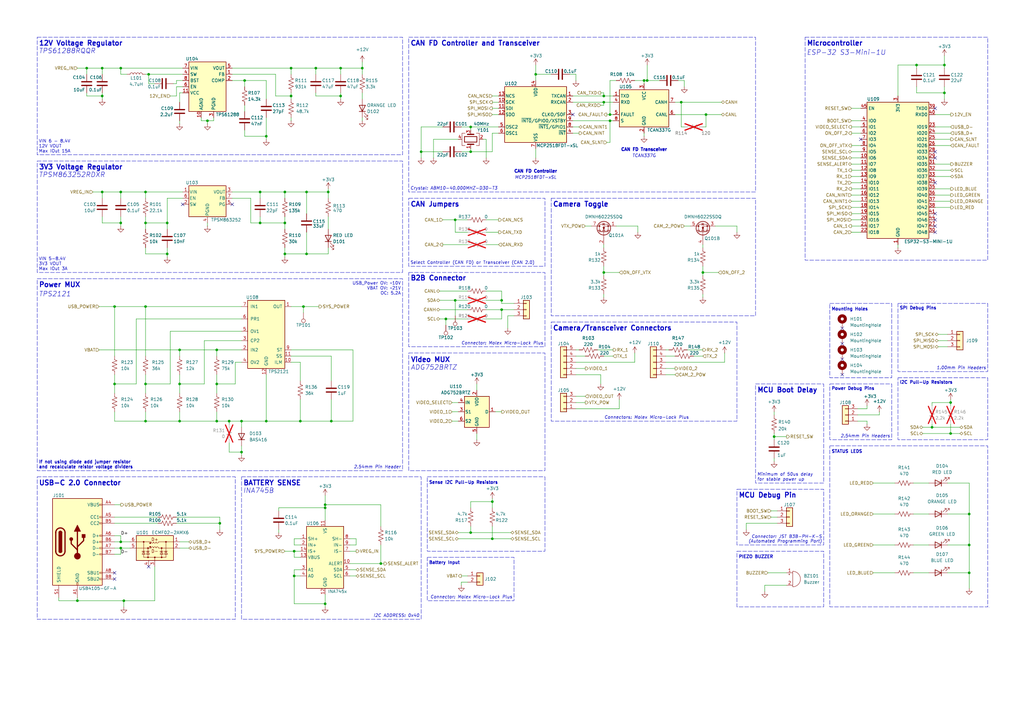
<source format=kicad_sch>
(kicad_sch (version 20231120) (generator "eeschema") (generator_version "8.0")
  (paper "A3")
  (title_block (title "Stargazer Camera Board MK2") (date "2024-12-01") (rev "A") (company "Illinois Space Society") (comment 3 "Michael Griegel, Rohan Das, Shiv Bahl, Thomas McManamen") (comment 4 "Contributers: Annika Kmiecik, Charlie Fedder, Chethan Karandikar, Everitt C, Ishani Sahu,"))
  (lib_symbols
    (symbol "Connector:TestPoint" (pin_numbers hide) (pin_names (offset 0.762) hide)
      (property "Reference" "TP" (at 0 6.858 0))
      (property "Value" "TestPoint" (at 0 5.08 0))
      (symbol "TestPoint_1_1"
        (pin passive line (at 0 0 90) (length 2.54) (name "1") (number "1"))
      )
    )
    (symbol "Connector:USB_C_Receptacle_USB2.0" (pin_names (offset 1.016))
      (property "Reference" "J1" (at 0 21.59 0))
      (property "Value" "USB_C_Receptacle_USB2.0" (at 0 19.05 0))
      (symbol "USB_C_Receptacle_USB2.0_1_1"
        (pin passive line (at 0 -22.86 90) (length 5.08) (name "GND") (number "A1"))
        (pin passive line (at 0 -22.86 90) (length 5.08) hide (name "GND") (number "A12"))
        (pin passive line (at 15.24 15.24 180) (length 5.08) (name "VBUS") (number "A4"))
        (pin bidirectional line (at 15.24 10.16 180) (length 5.08) (name "CC1") (number "A5"))
        (pin bidirectional line (at 15.24 2.54 180) (length 5.08) (name "D+") (number "A6"))
        (pin bidirectional line (at 15.24 -2.54 180) (length 5.08) (name "D-") (number "A7"))
        (pin bidirectional line (at 15.24 -12.7 180) (length 5.08) (name "SBU1") (number "A8"))
        (pin passive line (at 15.24 15.24 180) (length 5.08) hide (name "VBUS") (number "A9"))
        (pin passive line (at 0 -22.86 90) (length 5.08) hide (name "GND") (number "B1"))
        (pin passive line (at 0 -22.86 90) (length 5.08) hide (name "GND") (number "B12"))
        (pin passive line (at 15.24 15.24 180) (length 5.08) hide (name "VBUS") (number "B4"))
        (pin bidirectional line (at 15.24 7.62 180) (length 5.08) (name "CC2") (number "B5"))
        (pin bidirectional line (at 15.24 0 180) (length 5.08) (name "D+") (number "B6"))
        (pin bidirectional line (at 15.24 -5.08 180) (length 5.08) (name "D-") (number "B7"))
        (pin bidirectional line (at 15.24 -15.24 180) (length 5.08) (name "SBU2") (number "B8"))
        (pin passive line (at 15.24 15.24 180) (length 5.08) hide (name "VBUS") (number "B9"))
        (pin passive line (at -7.62 -22.86 90) (length 5.08) (name "SHIELD") (number "S1"))
      )
    )
    (symbol "Connector_Generic:Conn_01x02" (pin_names (offset 1.016) hide)
      (property "Reference" "J" (at 0 2.54 0))
      (property "Value" "Conn_01x02" (at 0 -5.08 0))
      (symbol "Conn_01x02_1_1"
        (pin passive line (at -5.08 0 0) (length 3.81) (name "Pin_1") (number "1"))
        (pin passive line (at -5.08 -2.54 0) (length 3.81) (name "Pin_2") (number "2"))
      )
    )
    (symbol "Connector_Generic:Conn_01x03" (pin_names (offset 1.016) hide)
      (property "Reference" "J" (at 0 5.08 0))
      (property "Value" "Conn_01x03" (at 0 -5.08 0))
      (symbol "Conn_01x03_1_1"
        (pin passive line (at -5.08 2.54 0) (length 3.81) (name "Pin_1") (number "1"))
        (pin passive line (at -5.08 0 0) (length 3.81) (name "Pin_2") (number "2"))
        (pin passive line (at -5.08 -2.54 0) (length 3.81) (name "Pin_3") (number "3"))
      )
    )
    (symbol "Connector_Generic:Conn_01x05" (pin_names (offset 1.016) hide)
      (property "Reference" "J" (at 0 7.62 0))
      (property "Value" "Conn_01x05" (at 0 -7.62 0))
      (symbol "Conn_01x05_1_1"
        (pin passive line (at -5.08 5.08 0) (length 3.81) (name "Pin_1") (number "1"))
        (pin passive line (at -5.08 2.54 0) (length 3.81) (name "Pin_2") (number "2"))
        (pin passive line (at -5.08 0 0) (length 3.81) (name "Pin_3") (number "3"))
        (pin passive line (at -5.08 -2.54 0) (length 3.81) (name "Pin_4") (number "4"))
        (pin passive line (at -5.08 -5.08 0) (length 3.81) (name "Pin_5") (number "5"))
      )
    )
    (symbol "Device:Buzzer" (pin_names (offset 0.0254) hide)
      (property "Reference" "BZ" (at 3.81 1.27 0))
      (property "Value" "Buzzer" (at 3.81 -1.27 0))
      (symbol "Buzzer_1_1"
        (pin passive line (at -2.54 2.54 0) (length 2.54) (name "-") (number "1"))
        (pin passive line (at -2.54 -2.54 0) (length 2.54) (name "+") (number "2"))
      )
    )
    (symbol "Device:C" (pin_numbers hide) (pin_names (offset 0.254))
      (property "Reference" "C" (at 0.635 2.54 0))
      (property "Value" "C" (at 0.635 -2.54 0))
      (symbol "C_1_1"
        (pin passive line (at 0 3.81 270) (length 2.794) (name "~") (number "1"))
        (pin passive line (at 0 -3.81 90) (length 2.794) (name "~") (number "2"))
      )
    )
    (symbol "Device:Crystal_GND24" (pin_names (offset 1.016) hide)
      (property "Reference" "Y" (at 3.175 5.08 0))
      (property "Value" "Crystal_GND24" (at 3.175 3.175 0))
      (symbol "Crystal_GND24_1_1"
        (pin passive line (at -3.81 0 0) (length 1.27) (name "1") (number "1"))
        (pin passive line (at 0 5.08 270) (length 1.27) (name "2") (number "2"))
        (pin passive line (at 3.81 0 180) (length 1.27) (name "3") (number "3"))
        (pin passive line (at 0 -5.08 90) (length 1.27) (name "4") (number "4"))
      )
    )
    (symbol "Device:D" (pin_numbers hide) (pin_names (offset 1.016) hide)
      (property "Reference" "D" (at 0 2.54 0))
      (property "Value" "D" (at 0 -2.54 0))
      (symbol "D_1_1"
        (pin passive line (at -3.81 0 0) (length 2.54) (name "K") (number "1"))
        (pin passive line (at 3.81 0 180) (length 2.54) (name "A") (number "2"))
      )
    )
    (symbol "Device:L" (pin_numbers hide) (pin_names (offset 1.016) hide)
      (property "Reference" "L" (at -1.27 0 90))
      (property "Value" "L" (at 1.905 0 90))
      (symbol "L_1_1"
        (pin passive line (at 0 3.81 270) (length 1.27) (name "1") (number "1"))
        (pin passive line (at 0 -3.81 90) (length 1.27) (name "2") (number "2"))
      )
    )
    (symbol "Device:LED" (pin_numbers hide) (pin_names (offset 1.016) hide)
      (property "Reference" "D" (at 0 2.54 0))
      (property "Value" "LED" (at 0 -2.54 0))
      (symbol "LED_1_1"
        (pin passive line (at -3.81 0 0) (length 2.54) (name "K") (number "1"))
        (pin passive line (at 3.81 0 180) (length 2.54) (name "A") (number "2"))
      )
    )
    (symbol "Device:R_US" (pin_numbers hide) (pin_names (offset 0))
      (property "Reference" "R" (at 2.54 0 90))
      (property "Value" "R_US" (at -2.54 0 90))
      (symbol "R_US_1_1"
        (pin passive line (at 0 3.81 270) (length 1.27) (name "~") (number "1"))
        (pin passive line (at 0 -3.81 90) (length 1.27) (name "~") (number "2"))
      )
    )
    (symbol "GND_1" (power) (pin_numbers hide) (pin_names (offset 0) hide)
      (property "Value" "GND" (at 0 -3.81 0))
      (symbol "GND_1_1_1"
        (pin power_in line (at 0 0 270) (length 0) (name "~") (number "1"))
      )
    )
    (symbol "INA745x_1"
      (property "Reference" "U" (at -7.112 13.97 0))
      (property "Value" "INA745x" (at 5.08 -13.97 0))
      (symbol "INA745x_1_1_1"
        (pin output line (at -10.16 7.62 0) (length 2.54) (name "SH+") (number "1"))
        (pin output line (at 10.16 -2.54 180) (length 2.54) (name "ALERT") (number "10"))
        (pin power_in line (at 0 15.24 270) (length 2.54) (name "VS") (number "11"))
        (pin power_out line (at 0 -15.24 90) (length 2.54) (name "GND") (number "12"))
        (pin input line (at -10.16 0 0) (length 2.54) (name "VBUS") (number "13"))
        (pin input line (at -10.16 2.54 0) (length 2.54) (name "IS+") (number "14"))
        (pin input line (at -10.16 5.08 0) (length 2.54) (name "IN+") (number "2"))
        (pin input line (at -10.16 -5.08 0) (length 2.54) (name "A1") (number "3"))
        (pin input line (at -10.16 -7.62 0) (length 2.54) (name "A0") (number "4"))
        (pin bidirectional line (at 10.16 -5.08 180) (length 2.54) (name "SDA") (number "5"))
        (pin input line (at 10.16 -7.62 180) (length 2.54) (name "SCL") (number "6"))
        (pin input line (at 10.16 2.54 180) (length 2.54) (name "IS-") (number "7"))
        (pin output line (at 10.16 7.62 180) (length 2.54) (name "SH-") (number "8"))
        (pin input line (at 10.16 5.08 180) (length 2.54) (name "IN-") (number "9"))
      )
    )
    (symbol "Interface_CAN_LIN:TCAN337G"
      (property "Reference" "U" (at -10.16 8.89 0))
      (property "Value" "TCAN337G" (at 2.54 8.89 0))
      (symbol "TCAN337G_1_1"
        (pin input line (at -12.7 5.08 0) (length 2.54) (name "TXD") (number "1"))
        (pin power_in line (at 0 -10.16 90) (length 2.54) (name "GND") (number "2"))
        (pin power_in line (at 0 10.16 270) (length 2.54) (name "VCC") (number "3"))
        (pin tri_state line (at -12.7 2.54 0) (length 2.54) (name "RXD") (number "4"))
        (pin open_collector line (at -12.7 -2.54 0) (length 2.54) (name "FAULT") (number "5"))
        (pin bidirectional line (at 12.7 -2.54 180) (length 2.54) (name "CANL") (number "6"))
        (pin bidirectional line (at 12.7 2.54 180) (length 2.54) (name "CANH") (number "7"))
        (pin input line (at -12.7 -5.08 0) (length 2.54) (name "S") (number "8"))
      )
    )
    (symbol "Interface_CAN_Microchip:MCP2518FDT-xSL" (pin_names (offset 0.254))
      (property "Reference" "U" (at -11.43 12.7 0))
      (property "Value" "MCP2518FDT-xSL" (at 10.16 -12.7 0))
      (symbol "MCP2518FDT-xSL_1_1"
        (pin output line (at 15.24 7.62 180) (length 2.54) (name "TXCAN") (number "1"))
        (pin input line (at -15.24 5.08 0) (length 2.54) (name "SCK") (number "10"))
        (pin input line (at -15.24 2.54 0) (length 2.54) (name "SDI") (number "11"))
        (pin output line (at -15.24 0 0) (length 2.54) (name "SDO") (number "12"))
        (pin input line (at -15.24 7.62 0) (length 2.54) (name "NCS") (number "13"))
        (pin power_in line (at 0 13.97 270) (length 2.54) (name "VDD") (number "14"))
        (pin input line (at 15.24 5.08 180) (length 2.54) (name "RXCAN") (number "2"))
        (pin output line (at 15.24 0 180) (length 2.54) (name "CLKO/SOF") (number "3"))
        (pin output line (at 15.24 -7.62 180) (length 2.54) (name "~{INT}") (number "4"))
        (pin output line (at -15.24 -5.08 0) (length 2.54) (name "OSC2") (number "5"))
        (pin input line (at -15.24 -7.62 0) (length 2.54) (name "OSC1") (number "6"))
        (pin power_in line (at 0 -13.97 90) (length 2.54) (name "VSS") (number "7"))
        (pin bidirectional line (at 15.24 -5.08 180) (length 2.54) (name "~{INT1}/GPIO1") (number "8"))
        (pin bidirectional line (at 15.24 -2.54 180) (length 2.54) (name "~{INT0}/GPIO0/XSTBY") (number "9"))
      )
    )
    (symbol "Mechanical:MountingHole_Pad" (pin_numbers hide) (pin_names (offset 1.016) hide)
      (property "Reference" "H" (at 0 6.35 0))
      (property "Value" "MountingHole_Pad" (at 0 4.445 0))
      (symbol "MountingHole_Pad_1_1"
        (pin input line (at 0 -2.54 90) (length 2.54) (name "1") (number "1"))
      )
    )
    (symbol "Power_MUX:TPS2121" (pin_names (offset 1.016))
      (property "Reference" "U4" (at -6.35 16.51 0))
      (property "Value" "TPS2121" (at 5.08 -16.51 0))
      (symbol "TPS2121_0_0"
        (pin output line (at 10.16 -10.16 180) (length 2.54) (name "ILM") (number "10"))
        (pin output line (at 10.16 -7.62 180) (length 2.54) (name "SS") (number "11"))
        (pin power_in line (at 0 -15.24 90) (length 2.54) (name "GND") (number "12"))
        (pin power_in line (at -10.16 -5.08 0) (length 2.54) (name "IN2") (number "2"))
        (pin input line (at -10.16 -1.27 0) (length 2.54) (name "CP2") (number "3"))
        (pin input line (at -10.16 -10.16 0) (length 2.54) (name "OV2") (number "4"))
        (pin input line (at -10.16 2.54 0) (length 2.54) (name "OV1") (number "5"))
        (pin input line (at -10.16 7.62 0) (length 2.54) (name "PR1") (number "6"))
        (pin power_in line (at -10.16 12.7 0) (length 2.54) (name "IN1") (number "7"))
        (pin output line (at 10.16 -5.08 180) (length 2.54) (name "ST") (number "9"))
      )
      (symbol "TPS2121_1_0"
        (pin power_out line (at 10.16 12.7 180) (length 2.54) (name "OUT") (number "1"))
        (pin power_out line (at 10.16 12.7 180) (length 2.54) hide (name "OUT") (number "8"))
      )
    )
    (symbol "Power_Protection:ECMF02-2AMX6" (pin_names (offset 0.0254) hide)
      (property "Reference" "U" (at 0 10.16 0))
      (property "Value" "ECMF02-2AMX6" (at 0 7.62 0))
      (symbol "ECMF02-2AMX6_0_1"
        (text "D+" (at 0 3.556 0) (effects (font (size 1.27 1.27))))
        (text "D-" (at 0 -1.27 0) (effects (font (size 1.27 1.27))))
      )
      (symbol "ECMF02-2AMX6_1_1"
        (pin passive line (at -10.16 2.54 0) (length 2.54) (name "D+_in") (number "1"))
        (pin passive line (at -10.16 0 0) (length 2.54) (name "D-_in") (number "2"))
        (pin power_in line (at 0 -7.62 90) (length 2.54) (name "GND") (number "3"))
        (pin free line (at 2.54 -7.62 90) (length 2.54) (name "NC") (number "4"))
        (pin passive line (at 10.16 0 180) (length 2.54) (name "D-_out") (number "5"))
        (pin passive line (at 10.16 2.54 180) (length 2.54) (name "D+_out") (number "6"))
      )
    )
    (symbol "RF_Module:ESP32-S3-MINI-1U"
      (property "Reference" "U" (at -11.43 29.21 0))
      (property "Value" "ESP32-S3-MINI-1U" (at 12.7 29.21 0))
      (symbol "ESP32-S3-MINI-1U_1_1"
        (pin power_in line (at 0 -30.48 90) (length 2.54) (name "GND") (number "1"))
        (pin bidirectional line (at -15.24 5.08 0) (length 2.54) (name "IO6") (number "10"))
        (pin bidirectional line (at -15.24 2.54 0) (length 2.54) (name "IO7") (number "11"))
        (pin bidirectional line (at -15.24 0 0) (length 2.54) (name "IO8") (number "12"))
        (pin bidirectional line (at -15.24 -2.54 0) (length 2.54) (name "IO9") (number "13"))
        (pin bidirectional line (at -15.24 -5.08 0) (length 2.54) (name "IO10") (number "14"))
        (pin bidirectional line (at -15.24 -7.62 0) (length 2.54) (name "IO11") (number "15"))
        (pin bidirectional line (at -15.24 -10.16 0) (length 2.54) (name "IO12") (number "16"))
        (pin bidirectional line (at -15.24 -12.7 0) (length 2.54) (name "IO13") (number "17"))
        (pin bidirectional line (at -15.24 -15.24 0) (length 2.54) (name "IO14") (number "18"))
        (pin bidirectional line (at -15.24 -17.78 0) (length 2.54) (name "IO15") (number "19"))
        (pin passive line (at 0 -30.48 90) (length 2.54) hide (name "GND") (number "2"))
        (pin bidirectional line (at -15.24 -20.32 0) (length 2.54) (name "IO16") (number "20"))
        (pin bidirectional line (at -15.24 -22.86 0) (length 2.54) (name "IO17") (number "21"))
        (pin bidirectional line (at -15.24 -25.4 0) (length 2.54) (name "IO18") (number "22"))
        (pin bidirectional line (at 15.24 17.78 180) (length 2.54) (name "IO19") (number "23"))
        (pin bidirectional line (at 15.24 15.24 180) (length 2.54) (name "IO20") (number "24"))
        (pin bidirectional line (at 15.24 12.7 180) (length 2.54) (name "IO21") (number "25"))
        (pin bidirectional line (at 15.24 10.16 180) (length 2.54) (name "IO26") (number "26"))
        (pin bidirectional line (at 15.24 -22.86 180) (length 2.54) (name "IO47") (number "27"))
        (pin bidirectional line (at 15.24 7.62 180) (length 2.54) (name "IO33") (number "28"))
        (pin bidirectional line (at 15.24 5.08 180) (length 2.54) (name "IO34") (number "29"))
        (pin power_in line (at 0 30.48 270) (length 2.54) (name "3V3") (number "3"))
        (pin bidirectional line (at 15.24 -25.4 180) (length 2.54) (name "IO48") (number "30"))
        (pin bidirectional line (at 15.24 2.54 180) (length 2.54) (name "IO35") (number "31"))
        (pin bidirectional line (at 15.24 0 180) (length 2.54) (name "IO36") (number "32"))
        (pin bidirectional line (at 15.24 -2.54 180) (length 2.54) (name "IO37") (number "33"))
        (pin bidirectional line (at 15.24 -5.08 180) (length 2.54) (name "IO38") (number "34"))
        (pin bidirectional line (at 15.24 -7.62 180) (length 2.54) (name "IO39") (number "35"))
        (pin bidirectional line (at 15.24 -10.16 180) (length 2.54) (name "IO40") (number "36"))
        (pin bidirectional line (at 15.24 -12.7 180) (length 2.54) (name "IO41") (number "37"))
        (pin bidirectional line (at 15.24 -15.24 180) (length 2.54) (name "IO42") (number "38"))
        (pin bidirectional line (at 15.24 25.4 180) (length 2.54) (name "TXD0") (number "39"))
        (pin bidirectional line (at -15.24 20.32 0) (length 2.54) (name "IO0") (number "4"))
        (pin bidirectional line (at 15.24 22.86 180) (length 2.54) (name "RXD0") (number "40"))
        (pin bidirectional line (at 15.24 -17.78 180) (length 2.54) (name "IO45") (number "41"))
        (pin passive line (at 0 -30.48 90) (length 2.54) hide (name "GND") (number "42"))
        (pin passive line (at 0 -30.48 90) (length 2.54) hide (name "GND") (number "43"))
        (pin bidirectional line (at 15.24 -20.32 180) (length 2.54) (name "IO46") (number "44"))
        (pin input line (at -15.24 25.4 0) (length 2.54) (name "EN") (number "45"))
        (pin passive line (at 0 -30.48 90) (length 2.54) hide (name "GND") (number "46"))
        (pin passive line (at 0 -30.48 90) (length 2.54) hide (name "GND") (number "47"))
        (pin passive line (at 0 -30.48 90) (length 2.54) hide (name "GND") (number "48"))
        (pin passive line (at 0 -30.48 90) (length 2.54) hide (name "GND") (number "49"))
        (pin bidirectional line (at -15.24 17.78 0) (length 2.54) (name "IO1") (number "5"))
        (pin passive line (at 0 -30.48 90) (length 2.54) hide (name "GND") (number "50"))
        (pin passive line (at 0 -30.48 90) (length 2.54) hide (name "GND") (number "51"))
        (pin passive line (at 0 -30.48 90) (length 2.54) hide (name "GND") (number "52"))
        (pin passive line (at 0 -30.48 90) (length 2.54) hide (name "GND") (number "53"))
        (pin passive line (at 0 -30.48 90) (length 2.54) hide (name "GND") (number "54"))
        (pin passive line (at 0 -30.48 90) (length 2.54) hide (name "GND") (number "55"))
        (pin passive line (at 0 -30.48 90) (length 2.54) hide (name "GND") (number "56"))
        (pin passive line (at 0 -30.48 90) (length 2.54) hide (name "GND") (number "57"))
        (pin passive line (at 0 -30.48 90) (length 2.54) hide (name "GND") (number "58"))
        (pin passive line (at 0 -30.48 90) (length 2.54) hide (name "GND") (number "59"))
        (pin bidirectional line (at -15.24 15.24 0) (length 2.54) (name "IO2") (number "6"))
        (pin passive line (at 0 -30.48 90) (length 2.54) hide (name "GND") (number "60"))
        (pin passive line (at 0 -30.48 90) (length 2.54) hide (name "GND") (number "61"))
        (pin passive line (at 0 -30.48 90) (length 2.54) hide (name "GND") (number "62"))
        (pin passive line (at 0 -30.48 90) (length 2.54) hide (name "GND") (number "63"))
        (pin passive line (at 0 -30.48 90) (length 2.54) hide (name "GND") (number "64"))
        (pin passive line (at 0 -30.48 90) (length 2.54) hide (name "GND") (number "65"))
        (pin bidirectional line (at -15.24 12.7 0) (length 2.54) (name "IO3") (number "7"))
        (pin bidirectional line (at -15.24 10.16 0) (length 2.54) (name "IO4") (number "8"))
        (pin bidirectional line (at -15.24 7.62 0) (length 2.54) (name "IO5") (number "9"))
      )
    )
    (symbol "Regulator_Texas:TI_TPS61288"
      (property "Reference" "U" (at -6.985 11.43 0))
      (property "Value" "TPS61288" (at 8.255 -12.065 0))
      (symbol "TI_TPS61288_1_1"
        (pin unspecified line (at 10.16 5.08 180) (length 2.54) (name "FB") (number "1"))
        (pin power_in line (at -2.54 -12.7 90) (length 2.54) (name "AGND") (number "10"))
        (pin unspecified line (at -10.16 -2.54 0) (length 2.54) (name "VCC") (number "11"))
        (pin unspecified line (at 10.16 2.54 180) (length 2.54) (name "COMP") (number "2"))
        (pin power_in line (at 2.54 -12.7 90) (length 2.54) (name "PGND") (number "3"))
        (pin unspecified line (at -10.16 5.08 0) (length 2.54) (name "SW") (number "4"))
        (pin power_in line (at 10.16 7.62 180) (length 2.54) (name "VOUT") (number "5"))
        (pin input line (at -10.16 0 0) (length 2.54) (name "EN") (number "6"))
        (pin power_in line (at -10.16 7.62 0) (length 2.54) (name "VIN") (number "7"))
        (pin unspecified line (at -10.16 2.54 0) (length 2.54) (name "BST") (number "8"))
        (pin unspecified line (at -10.16 5.08 0) (length 2.54) hide (name "SW") (number "9"))
      )
    )
    (symbol "Regulator_Texas:TI_TPSM863252" (pin_names (offset 0.254))
      (property "Reference" "U" (at -6.985 6.35 0))
      (property "Value" "TPSM863252" (at 7.62 -8.89 0))
      (symbol "TI_TPSM863252_1_1"
        (pin power_in line (at -10.16 2.54 0) (length 2.54) (name "VIN") (number "1"))
        (pin unspecified line (at -10.16 -2.54 0) (length 2.54) (name "SW") (number "2"))
        (pin power_in line (at 10.16 2.54 180) (length 2.54) (name "VOUT") (number "3"))
        (pin power_in line (at 0 -10.16 90) (length 2.54) (name "PGND") (number "4"))
        (pin open_collector line (at 10.16 -2.54 180) (length 2.54) (name "PG") (number "5"))
        (pin input line (at -10.16 0 0) (length 2.54) (name "EN") (number "6"))
        (pin unspecified line (at 10.16 0 180) (length 2.54) (name "FB") (number "7"))
      )
    )
    (symbol "Transistor_FET_Diodes:DMNH6022SSDQ" (pin_names hide)
      (property "Reference" "Q" (at 2.54 -1.27 0))
      (property "Value" "DMNH6022SSDQ" (at 2.54 1.27 0))
      (symbol "DMNH6022SSDQ_1_0"
        (pin passive line (at 0 -5.08 90) (length 2.54) (name "S1") (number "1"))
        (pin input line (at -7.62 0 0) (length 2.54) (name "G1") (number "2"))
        (pin passive line (at 0 5.08 270) (length 2.54) (name "D1") (number "7"))
        (pin passive line (at 0 5.08 270) (length 2.54) hide (name "D1") (number "8"))
      )
      (symbol "DMNH6022SSDQ_2_0"
        (pin passive line (at 0 -5.08 90) (length 2.54) (name "S2") (number "3"))
        (pin input line (at -7.62 0 0) (length 2.54) (name "G2") (number "4"))
        (pin passive line (at 0 5.08 270) (length 2.54) (name "D2") (number "5"))
        (pin passive line (at 0 5.08 270) (length 2.54) hide (name "D2") (number "6"))
      )
    )
    (symbol "Video_MUX:ADG752BRTZ-REEL7" (pin_names (offset 0.254))
      (property "Reference" "U" (at -13.716 11.43 0))
      (property "Value" "ADG752BRTZ-REEL7" (at -14.986 8.89 0))
      (symbol "ADG752BRTZ-REEL7_1_1"
        (pin unspecified line (at 7.62 0 180) (length 2.54) (name "D") (number "1"))
        (pin unspecified line (at 0 8.89 270) (length 2.54) (name "VDD") (number "2"))
        (pin unspecified line (at -7.62 0 0) (length 2.54) (name "S1") (number "3"))
        (pin unspecified line (at -7.62 3.81 0) (length 2.54) (name "IN") (number "4"))
        (pin unspecified line (at 0 -8.89 90) (length 2.54) (name "GND") (number "5"))
        (pin unspecified line (at -7.62 -3.81 0) (length 2.54) (name "S2") (number "6"))
      )
    )
    (symbol "power:+12V" (power) (pin_numbers hide) (pin_names (offset 0) hide)
      (property "Value" "+12V" (at 0 3.556 0))
      (symbol "+12V_1_1"
        (pin power_in line (at 0 0 90) (length 0) (name "~") (number "1"))
      )
    )
    (symbol "power:+3V3" (power) (pin_names (offset 0))
      (property "Value" "+3V3" (at 0 3.556 0))
      (symbol "+3V3_1_1"
        (pin power_in line (at 0 0 90) (length 0) hide (name "+3V3") (number "1"))
      )
    )
    (symbol "power:GND" (power) (pin_names (offset 0))
      (property "Value" "GND" (at 0 -3.81 0))
      (symbol "GND_1_1"
        (pin power_in line (at 0 0 270) (length 0) hide (name "GND") (number "1"))
      )
    )
  )
  (junction (at 100.33 33.02))
  (junction (at 125.73 104.14))
  (junction (at 119.38 39.37))
  (junction (at 201.93 205.74))
  (junction (at 193.04 62.23))
  (junction (at 389.89 165.1))
  (junction (at 247.65 39.37))
  (junction (at 46.99 157.48))
  (junction (at 31.75 246.38))
  (junction (at 193.04 52.07))
  (junction (at 201.93 220.98))
  (junction (at 397.51 234.95))
  (junction (at 49.53 78.74))
  (junction (at 106.68 91.44))
  (junction (at 133.35 247.65))
  (junction (at 88.9 157.48))
  (junction (at 99.06 172.72))
  (junction (at 41.91 78.74))
  (junction (at 46.99 125.73))
  (junction (at 387.35 26.67))
  (junction (at 186.69 123.19))
  (junction (at 120.65 236.22))
  (junction (at 49.53 91.44))
  (junction (at 250.19 46.99))
  (junction (at 68.58 104.14))
  (junction (at 50.8 246.38))
  (junction (at 139.7 27.94))
  (junction (at 139.7 39.37))
  (junction (at 186.69 90.17))
  (junction (at 106.68 78.74))
  (junction (at 68.58 91.44))
  (junction (at 247.65 111.76))
  (junction (at 375.92 26.67))
  (junction (at 397.51 223.52))
  (junction (at 317.5 179.07))
  (junction (at 205.74 123.19))
  (junction (at 389.89 177.8))
  (junction (at 59.69 172.72))
  (junction (at 172.72 62.23))
  (junction (at 109.22 172.72))
  (junction (at 182.88 130.81))
  (junction (at 88.9 143.51))
  (junction (at 156.21 231.14))
  (junction (at 120.65 226.06))
  (junction (at 148.59 27.94))
  (junction (at 116.84 91.44))
  (junction (at 59.69 157.48))
  (junction (at 125.73 78.74))
  (junction (at 382.27 175.26))
  (junction (at 289.56 46.99))
  (junction (at 99.06 185.42))
  (junction (at 93.98 172.72))
  (junction (at 88.9 172.72))
  (junction (at 387.35 38.1))
  (junction (at 397.51 210.82))
  (junction (at 41.91 27.94))
  (junction (at 90.17 214.63))
  (junction (at 59.69 91.44))
  (junction (at 73.66 157.48))
  (junction (at 116.84 104.14))
  (junction (at 129.54 27.94))
  (junction (at 264.16 33.02))
  (junction (at 119.38 27.94))
  (junction (at 133.35 208.28))
  (junction (at 116.84 78.74))
  (junction (at 85.09 49.53))
  (junction (at 250.19 49.53))
  (junction (at 193.04 218.44))
  (junction (at 109.22 55.88))
  (junction (at 73.66 143.51))
  (junction (at 205.74 127))
  (junction (at 135.89 172.72))
  (junction (at 279.4 41.91))
  (junction (at 49.53 224.79))
  (junction (at 49.53 27.94))
  (junction (at 59.69 125.73))
  (junction (at 60.96 30.48))
  (junction (at 265.43 33.02))
  (junction (at 41.91 39.37))
  (junction (at 219.71 30.48))
  (junction (at 73.66 172.72))
  (junction (at 124.46 125.73))
  (junction (at 247.65 41.91))
  (junction (at 134.62 78.74))
  (junction (at 123.19 172.72))
  (junction (at 49.53 222.25))
  (junction (at 288.29 111.76))
  (junction (at 35.56 27.94))
  (junction (at 133.35 207.01))
  (junction (at 59.69 78.74))
  (no_connect (at 234.95 46.99))
  (no_connect (at 46.99 234.95))
  (no_connect (at 60.96 232.41))
  (no_connect (at 345.44 147.32))
  (no_connect (at 345.44 140.97))
  (no_connect (at 345.44 134.62))
  (no_connect (at 383.54 95.25))
  (no_connect (at 95.25 83.82))
  (no_connect (at 383.54 44.45))
  (no_connect (at 353.06 57.15))
  (no_connect (at 74.93 83.82))
  (no_connect (at 383.54 64.77))
  (no_connect (at 383.54 74.93))
  (no_connect (at 383.54 62.23))
  (no_connect (at 383.54 87.63))
  (no_connect (at 383.54 92.71))
  (no_connect (at 345.44 153.67))
  (no_connect (at 383.54 90.17))
  (no_connect (at 46.99 237.49))
  (wire (pts (xy 124.46 125.73) (xy 130.81 125.73)))
  (wire (pts (xy 119.38 39.37) (xy 119.38 40.64)))
  (wire (pts (xy 193.04 218.44) (xy 209.55 218.44)))
  (wire (pts (xy 382.27 165.1) (xy 389.89 165.1)))
  (wire (pts (xy 41.91 27.94) (xy 41.91 30.48)))
  (wire (pts (xy 109.22 172.72) (xy 123.19 172.72)))
  (wire (pts (xy 205.74 124.46) (xy 210.82 124.46)))
  (wire (pts (xy 199.39 130.81) (xy 205.74 130.81)))
  (wire (pts (xy 358.14 234.95) (xy 367.03 234.95)))
  (wire (pts (xy 247.65 41.91) (xy 251.46 41.91)))
  (wire (pts (xy 180.34 119.38) (xy 191.77 119.38)))
  (wire (pts (xy 181.61 90.17) (xy 186.69 90.17)))
  (wire (pts (xy 375.92 26.67) (xy 375.92 27.94)))
  (wire (pts (xy 73.66 224.79) (xy 77.47 224.79)))
  (wire (pts (xy 144.78 172.72) (xy 144.78 143.51)))
  (wire (pts (xy 68.58 104.14) (xy 68.58 101.6)))
  (wire (pts (xy 93.98 172.72) (xy 93.98 173.99)))
  (wire (pts (xy 349.25 64.77) (xy 353.06 64.77)))
  (wire (pts (xy 317.5 168.91) (xy 317.5 170.18)))
  (wire (pts (xy 201.93 46.99) (xy 204.47 46.99)))
  (wire (pts (xy 139.7 40.64) (xy 139.7 39.37)))
  (wire (pts (xy 125.73 104.14) (xy 134.62 104.14)))
  (wire (pts (xy 135.89 146.05) (xy 135.89 156.21)))
  (wire (pts (xy 95.25 33.02) (xy 100.33 33.02)))
  (wire (pts (xy 120.65 236.22) (xy 123.19 236.22)))
  (wire (pts (xy 201.93 41.91) (xy 204.47 41.91)))
  (wire (pts (xy 349.25 85.09) (xy 353.06 85.09)))
  (wire (pts (xy 273.05 151.13) (xy 276.86 151.13)))
  (wire (pts (xy 119.38 143.51) (xy 144.78 143.51)))
  (wire (pts (xy 382.27 173.99) (xy 382.27 175.26)))
  (wire (pts (xy 360.68 170.18) (xy 351.79 170.18)))
  (wire (pts (xy 143.51 226.06) (xy 146.05 226.06)))
  (wire (pts (xy 125.73 78.74) (xy 134.62 78.74)))
  (wire (pts (xy 120.65 236.22) (xy 120.65 247.65)))
  (wire (pts (xy 397.51 223.52) (xy 388.62 223.52)))
  (wire (pts (xy 276.86 146.05) (xy 273.05 146.05)))
  (wire (pts (xy 237.49 52.07) (xy 234.95 52.07)))
  (wire (pts (xy 204.47 52.07) (xy 193.04 52.07)))
  (wire (pts (xy 247.65 109.22) (xy 247.65 111.76)))
  (wire (pts (xy 201.93 62.23) (xy 201.93 54.61)))
  (wire (pts (xy 314.96 234.95) (xy 322.58 234.95)))
  (wire (pts (xy 73.66 143.51) (xy 73.66 146.05)))
  (wire (pts (xy 35.56 39.37) (xy 41.91 39.37)))
  (wire (pts (xy 199.39 119.38) (xy 205.74 119.38)))
  (wire (pts (xy 35.56 27.94) (xy 35.56 30.48)))
  (wire (pts (xy 99.06 172.72) (xy 109.22 172.72)))
  (wire (pts (xy 156.21 231.14) (xy 156.21 223.52)))
  (wire (pts (xy 135.89 172.72) (xy 144.78 172.72)))
  (wire (pts (xy 201.93 205.74) (xy 201.93 208.28)))
  (wire (pts (xy 72.39 39.37) (xy 72.39 35.56)))
  (wire (pts (xy 100.33 33.02) (xy 100.33 35.56)))
  (wire (pts (xy 397.51 241.3) (xy 397.51 234.95)))
  (wire (pts (xy 119.38 148.59) (xy 123.19 148.59)))
  (wire (pts (xy 185.42 165.1) (xy 187.96 165.1)))
  (wire (pts (xy 349.25 74.93) (xy 353.06 74.93)))
  (wire (pts (xy 90.17 212.09) (xy 90.17 214.63)))
  (wire (pts (xy 119.38 39.37) (xy 113.03 39.37)))
  (wire (pts (xy 31.75 246.38) (xy 24.13 246.38)))
  (wire (pts (xy 180.34 123.19) (xy 186.69 123.19)))
  (wire (pts (xy 120.65 233.68) (xy 120.65 236.22)))
  (wire (pts (xy 201.93 44.45) (xy 204.47 44.45)))
  (wire (pts (xy 280.67 92.71) (xy 283.21 92.71)))
  (wire (pts (xy 186.69 90.17) (xy 186.69 95.25)))
  (wire (pts (xy 31.75 245.11) (xy 31.75 246.38)))
  (wire (pts (xy 113.03 39.37) (xy 113.03 30.48)))
  (wire (pts (xy 41.91 78.74) (xy 49.53 78.74)))
  (wire (pts (xy 374.65 234.95) (xy 381 234.95)))
  (wire (pts (xy 113.03 30.48) (xy 95.25 30.48)))
  (wire (pts (xy 90.17 214.63) (xy 72.39 214.63)))
  (wire (pts (xy 199.39 57.15) (xy 198.12 57.15)))
  (wire (pts (xy 193.04 53.34) (xy 193.04 52.07)))
  (wire (pts (xy 349.25 92.71) (xy 353.06 92.71)))
  (wire (pts (xy 246.38 38.1) (xy 247.65 38.1)))
  (wire (pts (xy 72.39 35.56) (xy 74.93 35.56)))
  (wire (pts (xy 201.93 204.47) (xy 201.93 205.74)))
  (wire (pts (xy 247.65 39.37) (xy 251.46 39.37)))
  (wire (pts (xy 69.85 135.89) (xy 99.06 135.89)))
  (wire (pts (xy 205.74 127) (xy 210.82 127)))
  (wire (pts (xy 201.93 39.37) (xy 204.47 39.37)))
  (wire (pts (xy 236.22 30.48) (xy 236.22 33.02)))
  (wire (pts (xy 233.68 30.48) (xy 236.22 30.48)))
  (wire (pts (xy 59.69 101.6) (xy 59.69 104.14)))
  (wire (pts (xy 114.3 218.44) (xy 114.3 217.17)))
  (wire (pts (xy 68.58 81.28) (xy 74.93 81.28)))
  (wire (pts (xy 236.22 148.59) (xy 260.35 148.59)))
  (wire (pts (xy 90.17 214.63) (xy 90.17 217.17)))
  (wire (pts (xy 384.81 139.7) (xy 388.62 139.7)))
  (wire (pts (xy 193.04 215.9) (xy 193.04 218.44)))
  (wire (pts (xy 279.4 41.91) (xy 295.91 41.91)))
  (wire (pts (xy 254 111.76) (xy 247.65 111.76)))
  (wire (pts (xy 387.35 26.67) (xy 375.92 26.67)))
  (wire (pts (xy 181.61 100.33) (xy 191.77 100.33)))
  (wire (pts (xy 49.53 78.74) (xy 49.53 81.28)))
  (wire (pts (xy 384.81 137.16) (xy 388.62 137.16)))
  (wire (pts (xy 116.84 101.6) (xy 116.84 104.14)))
  (wire (pts (xy 59.69 125.73) (xy 99.06 125.73)))
  (wire (pts (xy 125.73 104.14) (xy 125.73 95.25)))
  (wire (pts (xy 288.29 120.65) (xy 288.29 121.92)))
  (wire (pts (xy 109.22 153.67) (xy 109.22 172.72)))
  (wire (pts (xy 63.5 232.41) (xy 63.5 246.38)))
  (wire (pts (xy 73.66 222.25) (xy 77.47 222.25)))
  (wire (pts (xy 189.23 236.22) (xy 191.77 236.22)))
  (wire (pts (xy 247.65 38.1) (xy 247.65 39.37)))
  (wire (pts (xy 204.47 54.61) (xy 201.93 54.61)))
  (wire (pts (xy 88.9 153.67) (xy 88.9 157.48)))
  (wire (pts (xy 349.25 59.69) (xy 353.06 59.69)))
  (wire (pts (xy 41.91 88.9) (xy 41.91 91.44)))
  (wire (pts (xy 116.84 104.14) (xy 125.73 104.14)))
  (wire (pts (xy 180.34 127) (xy 191.77 127)))
  (wire (pts (xy 59.69 125.73) (xy 59.69 146.05)))
  (wire (pts (xy 382.27 175.26) (xy 378.46 175.26)))
  (wire (pts (xy 68.58 104.14) (xy 68.58 105.41)))
  (wire (pts (xy 99.06 182.88) (xy 99.06 185.42)))
  (wire (pts (xy 234.95 41.91) (xy 247.65 41.91)))
  (wire (pts (xy 289.56 46.99) (xy 295.91 46.99)))
  (wire (pts (xy 73.66 50.8) (xy 73.66 49.53)))
  (wire (pts (xy 382.27 175.26) (xy 393.7 175.26)))
  (wire (pts (xy 187.96 218.44) (xy 193.04 218.44)))
  (wire (pts (xy 193.04 62.23) (xy 193.04 60.96)))
  (wire (pts (xy 177.8 57.15) (xy 177.8 64.77)))
  (wire (pts (xy 247.65 121.92) (xy 247.65 120.65)))
  (wire (pts (xy 157.48 231.14) (xy 156.21 231.14)))
  (wire (pts (xy 74.93 38.1) (xy 73.66 38.1)))
  (wire (pts (xy 389.89 177.8) (xy 378.46 177.8)))
  (wire (pts (xy 288.29 111.76) (xy 288.29 113.03)))
  (wire (pts (xy 41.91 78.74) (xy 41.91 81.28)))
  (wire (pts (xy 120.65 223.52) (xy 123.19 223.52)))
  (wire (pts (xy 95.25 81.28) (xy 102.87 81.28)))
  (wire (pts (xy 236.22 151.13) (xy 240.03 151.13)))
  (wire (pts (xy 186.69 90.17) (xy 191.77 90.17)))
  (wire (pts (xy 234.95 49.53) (xy 250.19 49.53)))
  (wire (pts (xy 120.65 247.65) (xy 133.35 247.65)))
  (wire (pts (xy 302.26 92.71) (xy 293.37 92.71)))
  (wire (pts (xy 288.29 100.33) (xy 288.29 101.6)))
  (wire (pts (xy 72.39 33.02) (xy 74.93 33.02)))
  (wire (pts (xy 50.8 246.38) (xy 50.8 248.92)))
  (wire (pts (xy 116.84 88.9) (xy 116.84 91.44)))
  (wire (pts (xy 133.35 207.01) (xy 133.35 203.2)))
  (wire (pts (xy 73.66 38.1) (xy 73.66 41.91)))
  (wire (pts (xy 289.56 52.07) (xy 288.29 52.07)))
  (wire (pts (xy 387.35 27.94) (xy 387.35 26.67)))
  (wire (pts (xy 274.32 143.51) (xy 273.05 143.51)))
  (wire (pts (xy 49.53 27.94) (xy 74.93 27.94)))
  (wire (pts (xy 306.07 214.63) (xy 318.77 214.63)))
  (wire (pts (xy 368.3 101.6) (xy 368.3 100.33)))
  (wire (pts (xy 73.66 143.51) (xy 88.9 143.51)))
  (wire (pts (xy 276.86 41.91) (xy 279.4 41.91)))
  (wire (pts (xy 389.89 80.01) (xy 383.54 80.01)))
  (wire (pts (xy 375.92 38.1) (xy 387.35 38.1)))
  (wire (pts (xy 41.91 27.94) (xy 49.53 27.94)))
  (wire (pts (xy 93.98 185.42) (xy 99.06 185.42)))
  (wire (pts (xy 387.35 38.1) (xy 387.35 35.56)))
  (wire (pts (xy 261.62 92.71) (xy 252.73 92.71)))
  (wire (pts (xy 247.65 43.18) (xy 247.65 41.91)))
  (wire (pts (xy 389.89 59.69) (xy 383.54 59.69)))
  (wire (pts (xy 49.53 30.48) (xy 49.53 27.94)))
  (wire (pts (xy 59.69 91.44) (xy 59.69 93.98)))
  (wire (pts (xy 134.62 77.47) (xy 134.62 78.74)))
  (wire (pts (xy 250.19 49.53) (xy 251.46 49.53)))
  (wire (pts (xy 382.27 166.37) (xy 382.27 165.1)))
  (wire (pts (xy 133.35 243.84) (xy 133.35 247.65)))
  (wire (pts (xy 87.63 48.26) (xy 87.63 49.53)))
  (wire (pts (xy 384.81 142.24) (xy 388.62 142.24)))
  (wire (pts (xy 219.71 26.67) (xy 219.71 30.48)))
  (wire (pts (xy 360.68 168.91) (xy 360.68 170.18)))
  (wire (pts (xy 199.39 57.15) (xy 199.39 64.77)))
  (wire (pts (xy 114.3 208.28) (xy 114.3 209.55)))
  (wire (pts (xy 46.99 214.63) (xy 64.77 214.63)))
  (wire (pts (xy 181.61 62.23) (xy 172.72 62.23)))
  (wire (pts (xy 55.88 157.48) (xy 46.99 157.48)))
  (wire (pts (xy 199.39 95.25) (xy 204.47 95.25)))
  (wire (pts (xy 389.89 77.47) (xy 383.54 77.47)))
  (wire (pts (xy 35.56 38.1) (xy 35.56 39.37)))
  (wire (pts (xy 143.51 231.14) (xy 156.21 231.14)))
  (wire (pts (xy 71.12 34.29) (xy 72.39 34.29)))
  (wire (pts (xy 125.73 78.74) (xy 125.73 87.63)))
  (wire (pts (xy 240.03 92.71) (xy 242.57 92.71)))
  (wire (pts (xy 349.25 87.63) (xy 353.06 87.63)))
  (wire (pts (xy 24.13 245.11) (xy 24.13 246.38)))
  (wire (pts (xy 349.25 77.47) (xy 353.06 77.47)))
  (wire (pts (xy 41.91 38.1) (xy 41.91 39.37)))
  (wire (pts (xy 246.38 157.48) (xy 246.38 153.67)))
  (wire (pts (xy 254 163.83) (xy 254 167.64)))
  (wire (pts (xy 116.84 78.74) (xy 125.73 78.74)))
  (wire (pts (xy 374.65 210.82) (xy 381 210.82)))
  (wire (pts (xy 234.95 39.37) (xy 247.65 39.37)))
  (wire (pts (xy 247.65 111.76) (xy 247.65 113.03)))
  (wire (pts (xy 135.89 163.83) (xy 135.89 172.72)))
  (wire (pts (xy 195.58 180.34) (xy 195.58 177.8)))
  (wire (pts (xy 46.99 172.72) (xy 59.69 172.72)))
  (wire (pts (xy 49.53 222.25) (xy 53.34 222.25)))
  (wire (pts (xy 246.38 43.18) (xy 247.65 43.18)))
  (wire (pts (xy 250.19 46.99) (xy 251.46 46.99)))
  (wire (pts (xy 119.38 49.53) (xy 119.38 48.26)))
  (wire (pts (xy 187.96 57.15) (xy 177.8 57.15)))
  (wire (pts (xy 264.16 55.88) (xy 264.16 54.61)))
  (wire (pts (xy 389.89 54.61) (xy 383.54 54.61)))
  (wire (pts (xy 201.93 220.98) (xy 209.55 220.98)))
  (wire (pts (xy 93.98 181.61) (xy 93.98 185.42)))
  (wire (pts (xy 123.19 220.98) (xy 120.65 220.98)))
  (wire (pts (xy 289.56 46.99) (xy 289.56 52.07)))
  (wire (pts (xy 279.4 52.07) (xy 280.67 52.07)))
  (wire (pts (xy 116.84 81.28) (xy 116.84 78.74)))
  (wire (pts (xy 123.19 228.6) (xy 120.65 228.6)))
  (wire (pts (xy 49.53 207.01) (xy 46.99 207.01)))
  (wire (pts (xy 248.92 46.99) (xy 250.19 46.99)))
  (wire (pts (xy 250.19 46.99) (xy 250.19 33.02)))
  (wire (pts (xy 251.46 146.05) (xy 247.65 146.05)))
  (wire (pts (xy 49.53 224.79) (xy 53.34 224.79)))
  (wire (pts (xy 322.58 240.03) (xy 313.69 240.03)))
  (wire (pts (xy 234.95 54.61) (xy 237.49 54.61)))
  (wire (pts (xy 46.99 227.33) (xy 49.53 227.33)))
  (wire (pts (xy 389.89 85.09) (xy 383.54 85.09)))
  (wire (pts (xy 134.62 88.9) (xy 134.62 93.98)))
  (wire (pts (xy 46.99 212.09) (xy 64.77 212.09)))
  (wire (pts (xy 148.59 38.1) (xy 148.59 40.64)))
  (wire (pts (xy 265.43 33.02) (xy 264.16 33.02)))
  (wire (pts (xy 59.69 88.9) (xy 59.69 91.44)))
  (wire (pts (xy 182.88 130.81) (xy 191.77 130.81)))
  (wire (pts (xy 172.72 62.23) (xy 172.72 64.77)))
  (wire (pts (xy 186.69 123.19) (xy 191.77 123.19)))
  (wire (pts (xy 100.33 43.18) (xy 100.33 45.72)))
  (wire (pts (xy 393.7 177.8) (xy 389.89 177.8)))
  (wire (pts (xy 240.03 165.1) (xy 236.22 165.1)))
  (wire (pts (xy 134.62 81.28) (xy 134.62 78.74)))
  (wire (pts (xy 313.69 240.03) (xy 313.69 242.57)))
  (wire (pts (xy 119.38 125.73) (xy 124.46 125.73)))
  (wire (pts (xy 120.65 226.06) (xy 116.84 226.06)))
  (wire (pts (xy 205.74 123.19) (xy 199.39 123.19)))
  (wire (pts (xy 123.19 226.06) (xy 120.65 226.06)))
  (wire (pts (xy 208.28 134.62) (xy 208.28 129.54)))
  (wire (pts (xy 148.59 25.4) (xy 148.59 27.94)))
  (wire (pts (xy 46.99 224.79) (xy 49.53 224.79)))
  (wire (pts (xy 237.49 143.51) (xy 236.22 143.51)))
  (wire (pts (xy 72.39 212.09) (xy 90.17 212.09)))
  (wire (pts (xy 59.69 157.48) (xy 59.69 161.29)))
  (wire (pts (xy 397.51 223.52) (xy 397.51 210.82)))
  (wire (pts (xy 106.68 88.9) (xy 106.68 91.44)))
  (wire (pts (xy 205.74 119.38) (xy 205.74 123.19)))
  (wire (pts (xy 40.64 125.73) (xy 46.99 125.73)))
  (wire (pts (xy 119.38 146.05) (xy 135.89 146.05)))
  (wire (pts (xy 185.42 172.72) (xy 187.96 172.72)))
  (wire (pts (xy 93.98 172.72) (xy 99.06 172.72)))
  (wire (pts (xy 375.92 38.1) (xy 375.92 35.56)))
  (wire (pts (xy 68.58 91.44) (xy 68.58 81.28)))
  (wire (pts (xy 205.74 168.91) (xy 203.2 168.91)))
  (wire (pts (xy 355.6 172.72) (xy 355.6 173.99)))
  (wire (pts (xy 368.3 26.67) (xy 375.92 26.67)))
  (wire (pts (xy 88.9 143.51) (xy 88.9 146.05)))
  (wire (pts (xy 349.25 49.53) (xy 353.06 49.53)))
  (wire (pts (xy 123.19 148.59) (xy 123.19 156.21)))
  (wire (pts (xy 134.62 101.6) (xy 134.62 104.14)))
  (wire (pts (xy 116.84 104.14) (xy 116.84 105.41)))
  (wire (pts (xy 276.86 46.99) (xy 289.56 46.99)))
  (wire (pts (xy 59.69 104.14) (xy 68.58 104.14)))
  (wire (pts (xy 106.68 78.74) (xy 116.84 78.74)))
  (wire (pts (xy 143.51 220.98) (xy 146.05 220.98)))
  (wire (pts (xy 95.25 27.94) (xy 119.38 27.94)))
  (wire (pts (xy 46.99 222.25) (xy 49.53 222.25)))
  (wire (pts (xy 123.19 233.68) (xy 120.65 233.68)))
  (wire (pts (xy 389.89 163.83) (xy 389.89 165.1)))
  (wire (pts (xy 73.66 168.91) (xy 73.66 172.72)))
  (wire (pts (xy 49.53 91.44) (xy 49.53 92.71)))
  (wire (pts (xy 397.51 198.12) (xy 388.62 198.12)))
  (wire (pts (xy 219.71 30.48) (xy 226.06 30.48)))
  (wire (pts (xy 260.35 144.78) (xy 260.35 148.59)))
  (wire (pts (xy 99.06 148.59) (xy 96.52 148.59)))
  (wire (pts (xy 358.14 198.12) (xy 367.03 198.12)))
  (wire (pts (xy 389.89 46.99) (xy 383.54 46.99)))
  (wire (pts (xy 201.93 62.23) (xy 193.04 62.23)))
  (wire (pts (xy 180.34 130.81) (xy 182.88 130.81)))
  (wire (pts (xy 119.38 27.94) (xy 129.54 27.94)))
  (wire (pts (xy 316.23 212.09) (xy 318.77 212.09)))
  (wire (pts (xy 50.8 246.38) (xy 63.5 246.38)))
  (wire (pts (xy 41.91 27.94) (xy 35.56 27.94)))
  (wire (pts (xy 100.33 55.88) (xy 109.22 55.88)))
  (wire (pts (xy 317.5 179.07) (xy 317.5 180.34)))
  (wire (pts (xy 143.51 236.22) (xy 146.05 236.22)))
  (wire (pts (xy 389.89 82.55) (xy 383.54 82.55)))
  (wire (pts (xy 60.96 34.29) (xy 63.5 34.29)))
  (wire (pts (xy 82.55 48.26) (xy 82.55 49.53)))
  (wire (pts (xy 83.82 157.48) (xy 73.66 157.48)))
  (wire (pts (xy 99.06 185.42) (xy 99.06 186.69)))
  (wire (pts (xy 49.53 88.9) (xy 49.53 91.44)))
  (wire (pts (xy 46.99 157.48) (xy 46.99 161.29)))
  (wire (pts (xy 240.03 146.05) (xy 236.22 146.05)))
  (wire (pts (xy 119.38 38.1) (xy 119.38 39.37)))
  (wire (pts (xy 288.29 143.51) (xy 281.94 143.51)))
  (wire (pts (xy 87.63 49.53) (xy 85.09 49.53)))
  (wire (pts (xy 59.69 30.48) (xy 60.96 30.48)))
  (wire (pts (xy 186.69 129.54) (xy 186.69 123.19)))
  (wire (pts (xy 387.35 38.1) (xy 387.35 40.64)))
  (wire (pts (xy 73.66 157.48) (xy 73.66 161.29)))
  (wire (pts (xy 55.88 130.81) (xy 55.88 157.48)))
  (wire (pts (xy 349.25 67.31) (xy 353.06 67.31)))
  (wire (pts (xy 387.35 22.86) (xy 387.35 26.67)))
  (wire (pts (xy 95.25 78.74) (xy 106.68 78.74)))
  (wire (pts (xy 146.05 223.52) (xy 146.05 220.98)))
  (wire (pts (xy 59.69 172.72) (xy 73.66 172.72)))
  (wire (pts (xy 109.22 33.02) (xy 109.22 40.64)))
  (wire (pts (xy 349.25 80.01) (xy 353.06 80.01)))
  (wire (pts (xy 46.99 125.73) (xy 46.99 146.05)))
  (wire (pts (xy 133.35 208.28) (xy 133.35 213.36)))
  (wire (pts (xy 60.96 30.48) (xy 60.96 34.29)))
  (wire (pts (xy 276.86 153.67) (xy 273.05 153.67)))
  (wire (pts (xy 219.71 30.48) (xy 219.71 33.02)))
  (wire (pts (xy 193.04 205.74) (xy 201.93 205.74)))
  (wire (pts (xy 185.42 168.91) (xy 187.96 168.91)))
  (wire (pts (xy 156.21 207.01) (xy 133.35 207.01)))
  (wire (pts (xy 120.65 220.98) (xy 120.65 223.52)))
  (wire (pts (xy 102.87 91.44) (xy 102.87 81.28)))
  (wire (pts (xy 349.25 69.85) (xy 353.06 69.85)))
  (wire (pts (xy 68.58 91.44) (xy 68.58 93.98)))
  (wire (pts (xy 99.06 139.7) (xy 83.82 139.7)))
  (wire (pts (xy 368.3 26.67) (xy 368.3 39.37)))
  (wire (pts (xy 182.88 133.35) (xy 182.88 130.81)))
  (wire (pts (xy 205.74 127) (xy 205.74 130.81)))
  (wire (pts (xy 265.43 33.02) (xy 270.51 33.02)))
  (wire (pts (xy 88.9 168.91) (xy 88.9 172.72)))
  (wire (pts (xy 59.69 91.44) (xy 68.58 91.44)))
  (wire (pts (xy 389.89 165.1) (xy 389.89 166.37)))
  (wire (pts (xy 236.22 167.64) (xy 254 167.64)))
  (wire (pts (xy 99.06 172.72) (xy 99.06 175.26)))
  (wire (pts (xy 119.38 27.94) (xy 119.38 30.48)))
  (wire (pts (xy 189.23 240.03) (xy 189.23 238.76)))
  (wire (pts (xy 288.29 109.22) (xy 288.29 111.76)))
  (wire (pts (xy 219.71 60.96) (xy 219.71 64.77)))
  (wire (pts (xy 199.39 127) (xy 205.74 127)))
  (wire (pts (xy 297.18 144.78) (xy 297.18 148.59)))
  (wire (pts (xy 143.51 223.52) (xy 146.05 223.52)))
  (wire (pts (xy 349.25 82.55) (xy 353.06 82.55)))
  (wire (pts (xy 317.5 179.07) (xy 322.58 179.07)))
  (wire (pts (xy 172.72 52.07) (xy 172.72 62.23)))
  (wire (pts (xy 46.99 168.91) (xy 46.99 172.72)))
  (wire (pts (xy 88.9 172.72) (xy 93.98 172.72)))
  (wire (pts (xy 278.13 33.02) (xy 280.67 33.02)))
  (wire (pts (xy 193.04 208.28) (xy 193.04 205.74)))
  (wire (pts (xy 383.54 67.31) (xy 389.89 67.31)))
  (wire (pts (xy 46.99 153.67) (xy 46.99 157.48)))
  (wire (pts (xy 208.28 129.54) (xy 210.82 129.54)))
  (wire (pts (xy 288.29 146.05) (xy 284.48 146.05)))
  (wire (pts (xy 199.39 100.33) (xy 204.47 100.33)))
  (wire (pts (xy 349.25 62.23) (xy 353.06 62.23)))
  (wire (pts (xy 317.5 177.8) (xy 317.5 179.07)))
  (wire (pts (xy 193.04 52.07) (xy 189.23 52.07)))
  (wire (pts (xy 52.07 30.48) (xy 49.53 30.48)))
  (wire (pts (xy 100.33 53.34) (xy 100.33 55.88)))
  (wire (pts (xy 46.99 219.71) (xy 49.53 219.71)))
  (wire (pts (xy 96.52 148.59) (xy 96.52 157.48)))
  (wire (pts (xy 129.54 39.37) (xy 139.7 39.37)))
  (wire (pts (xy 186.69 95.25) (xy 191.77 95.25)))
  (wire (pts (xy 374.65 223.52) (xy 381 223.52)))
  (wire (pts (xy 236.22 162.56) (xy 240.03 162.56)))
  (wire (pts (xy 109.22 55.88) (xy 109.22 57.15)))
  (wire (pts (xy 146.05 233.68) (xy 143.51 233.68)))
  (wire (pts (xy 88.9 157.48) (xy 96.52 157.48)))
  (wire (pts (xy 109.22 48.26) (xy 109.22 55.88)))
  (wire (pts (xy 389.89 72.39) (xy 383.54 72.39)))
  (wire (pts (xy 261.62 95.25) (xy 261.62 92.71)))
  (wire (pts (xy 116.84 91.44) (xy 116.84 93.98)))
  (wire (pts (xy 59.69 78.74) (xy 74.93 78.74)))
  (wire (pts (xy 349.25 54.61) (xy 353.06 54.61)))
  (wire (pts (xy 250.19 58.42) (xy 250.19 49.53)))
  (wire (pts (xy 106.68 91.44) (xy 116.84 91.44)))
  (wire (pts (xy 397.51 210.82) (xy 388.62 210.82)))
  (wire (pts (xy 355.6 167.64) (xy 355.6 166.37)))
  (wire (pts (xy 139.7 27.94) (xy 139.7 30.48)))
  (wire (pts (xy 355.6 172.72) (xy 351.79 172.72)))
  (wire (pts (xy 273.05 148.59) (xy 297.18 148.59)))
  (wire (pts (xy 294.64 111.76) (xy 288.29 111.76)))
  (wire (pts (xy 59.69 168.91) (xy 59.69 172.72)))
  (wire (pts (xy 397.51 210.82) (xy 397.51 198.12)))
  (wire (pts (xy 181.61 52.07) (xy 172.72 52.07)))
  (wire (pts (xy 248.92 58.42) (xy 250.19 58.42)))
  (wire (pts (xy 251.46 143.51) (xy 245.11 143.51)))
  (wire (pts (xy 193.04 62.23) (xy 189.23 62.23)))
  (wire (pts (xy 49.53 78.74) (xy 59.69 78.74)))
  (wire (pts (xy 349.25 44.45) (xy 353.06 44.45)))
  (wire (pts (xy 73.66 172.72) (xy 88.9 172.72)))
  (wire (pts (xy 246.38 153.67) (xy 236.22 153.67)))
  (wire (pts (xy 114.3 208.28) (xy 133.35 208.28)))
  (wire (pts (xy 72.39 34.29) (xy 72.39 33.02)))
  (wire (pts (xy 73.66 153.67) (xy 73.66 157.48)))
  (wire (pts (xy 139.7 38.1) (xy 139.7 39.37)))
  (wire (pts (xy 83.82 139.7) (xy 83.82 157.48)))
  (wire (pts (xy 49.53 227.33) (xy 49.53 224.79)))
  (wire (pts (xy 264.16 33.02) (xy 264.16 34.29)))
  (wire (pts (xy 247.65 100.33) (xy 247.65 101.6)))
  (wire (pts (xy 250.19 33.02) (xy 252.73 33.02)))
  (wire (pts (xy 389.89 57.15) (xy 383.54 57.15)))
  (wire (pts (xy 88.9 157.48) (xy 88.9 161.29)))
  (wire (pts (xy 123.19 163.83) (xy 123.19 172.72)))
  (wire (pts (xy 85.09 50.8) (xy 85.09 49.53)))
  (wire (pts (xy 389.89 173.99) (xy 389.89 177.8)))
  (wire (pts (xy 129.54 27.94) (xy 139.7 27.94)))
  (wire (pts (xy 41.91 91.44) (xy 49.53 91.44)))
  (wire (pts (xy 358.14 223.52) (xy 367.03 223.52)))
  (wire (pts (xy 397.51 234.95) (xy 388.62 234.95)))
  (wire (pts (xy 49.53 219.71) (xy 49.53 222.25)))
  (wire (pts (xy 139.7 27.94) (xy 148.59 27.94)))
  (wire (pts (xy 199.39 90.17) (xy 204.47 90.17)))
  (wire (pts (xy 82.55 49.53) (xy 85.09 49.53)))
  (wire (pts (xy 59.69 153.67) (xy 59.69 157.48)))
  (wire (pts (xy 187.96 220.98) (xy 201.93 220.98)))
  (wire (pts (xy 156.21 215.9) (xy 156.21 207.01)))
  (wire (pts (xy 50.8 246.38) (xy 31.75 246.38)))
  (wire (pts (xy 349.25 52.07) (xy 353.06 52.07)))
  (wire (pts (xy 195.58 157.48) (xy 195.58 160.02)))
  (wire (pts (xy 349.25 95.25) (xy 353.06 95.25)))
  (wire (pts (xy 88.9 143.51) (xy 99.06 143.51)))
  (wire (pts (xy 85.09 91.44) (xy 85.09 92.71)))
  (wire (pts (xy 120.65 226.06) (xy 120.65 228.6)))
  (wire (pts (xy 189.23 238.76) (xy 191.77 238.76)))
  (wire (pts (xy 123.19 172.72) (xy 135.89 172.72)))
  (wire (pts (xy 316.23 209.55) (xy 318.77 209.55)))
  (wire (pts (xy 60.96 30.48) (xy 74.93 30.48)))
  (wire (pts (xy 389.89 69.85) (xy 383.54 69.85)))
  (wire (pts (xy 40.64 143.51) (xy 73.66 143.51)))
  (wire (pts (xy 397.51 234.95) (xy 397.51 223.52)))
  (wire (pts (xy 69.85 39.37) (xy 72.39 39.37)))
  (wire (pts (xy 129.54 27.94) (xy 129.54 30.48)))
  (wire (pts (xy 265.43 33.02) (xy 265.43 26.67)))
  (wire (pts (xy 133.35 248.92) (xy 133.35 247.65)))
  (wire (pts (xy 124.46 128.27) (xy 124.46 125.73)))
  (wire (pts (xy 349.25 72.39) (xy 353.06 72.39)))
  (wire (pts (xy 59.69 157.48) (xy 69.85 157.48)))
  (wire (pts (xy 31.75 27.94) (xy 35.56 27.94)))
  (wire (pts (xy 55.88 130.81) (xy 99.06 130.81)))
  (wire (pts (xy 129.54 38.1) (xy 129.54 39.37)))
  (wire (pts (xy 260.35 33.02) (xy 264.16 33.02)))
  (wire (pts (xy 279.4 41.91) (xy 279.4 52.07)))
  (wire (pts (xy 106.68 81.28) (xy 106.68 78.74)))
  (wire (pts (xy 349.25 90.17) (xy 353.06 90.17)))
  (wire (pts (xy 302.26 95.25) (xy 302.26 92.71)))
  (wire (pts (xy 41.91 40.64) (xy 41.91 39.37)))
  (wire (pts (xy 38.1 78.74) (xy 41.91 78.74)))
  (wire (pts (xy 306.07 214.63) (xy 306.07 217.17)))
  (wire (pts (xy 205.74 124.46) (xy 205.74 123.19)))
  (wire (pts (xy 106.68 91.44) (xy 102.87 91.44)))
  (wire (pts (xy 69.85 157.48) (xy 69.85 135.89)))
  (wire (pts (xy 374.65 198.12) (xy 381 198.12)))
  (wire (pts (xy 317.5 187.96) (xy 317.5 189.23)))
  (wire (pts (xy 389.89 52.07) (xy 383.54 52.07)))
  (wire (pts (xy 351.79 167.64) (xy 355.6 167.64)))
  (wire (pts (xy 133.35 207.01) (xy 133.35 208.28)))
  (wire (pts (xy 201.93 215.9) (xy 201.93 220.98)))
  (wire (pts (xy 280.67 33.02) (xy 280.67 35.56)))
  (wire (pts (xy 358.14 210.82) (xy 367.03 210.82)))
  (wire (pts (xy 46.99 125.73) (xy 59.69 125.73)))
  (wire (pts (xy 148.59 49.53) (xy 148.59 48.26)))
  (wire (pts (xy 100.33 33.02) (xy 109.22 33.02)))
  (wire (pts (xy 148.59 30.48) (xy 148.59 27.94)))
  (wire (pts (xy 59.69 78.74) (xy 59.69 81.28)))
  (rectangle (start 309.88 157.48) (end 337.82 198.12) (stroke (width 0) (type dash)))
  (rectangle (start 347.218 186.436) (end 347.218 186.436))
  (rectangle (start 15.24 195.58) (end 96.52 254) (stroke (width 0) (type dash)))
  (rectangle (start 167.64 81.28) (end 223.52 109.22) (stroke (width 0) (type dash)))
  (rectangle (start 99.06 195.58) (end 172.72 254) (stroke (width 0) (type dash)))
  (rectangle (start 340.36 157.48) (end 365.76 180.34) (stroke (width 0) (type dash)))
  (rectangle (start 175.26 228.6) (end 210.82 246.38) (stroke (width 0) (type dash)))
  (rectangle (start 340.36 124.46) (end 365.76 154.94) (stroke (width 0) (type dash)))
  (rectangle (start 167.64 111.76) (end 223.52 142.24) (stroke (width 0) (type dash)))
  (rectangle (start 302.26 200.66) (end 337.82 223.52) (stroke (width 0) (type dash)))
  (rectangle (start 226.06 132.08) (end 302.26 172.72) (stroke (width 0) (type dash)))
  (rectangle (start 405.638 249.174) (end 405.638 249.174))
  (rectangle (start 175.26 195.58) (end 223.52 226.06) (stroke (width 0) (type dash)))
  (rectangle (start 15.24 66.04) (end 165.1 111.76) (stroke (width 0) (type dash)))
  (rectangle (start 368.3 124.46) (end 405.13 152.4) (stroke (width 0) (type dash)))
  (rectangle (start 15.24 114.3) (end 165.1 193.04) (stroke (width 0) (type dash)))
  (rectangle (start 368.3 154.94) (end 405.13 180.34) (stroke (width 0) (type dash)))
  (rectangle (start 226.06 81.28) (end 309.88 129.54) (stroke (width 0) (type dash)))
  (rectangle (start 302.26 226.06) (end 337.82 248.92) (stroke (width 0) (type dash)))
  (rectangle (start 330.2 15.24) (end 405.13 106.68) (stroke (width 0) (type dash)))
  (rectangle (start 15.24 15.24) (end 165.1 63.5) (stroke (width 0) (type dash)))
  (rectangle (start 167.64 144.78) (end 223.52 193.04) (stroke (width 0) (type dash)))
  (rectangle (start 340.36 182.88) (end 405.13 248.92) (stroke (width 0) (type dash)))
  (rectangle (start 167.64 15.24) (end 309.88 78.74) (stroke (width 0) (type dash)))
  (text "CAN FD Controller and Transceiver" (at 168.275 19.05 0) (effects (font (size 2 2) (thickness 0.4) (bold yes)) (justify left bottom)))
  (text "ADG752BRTZ" (at 168.402 152.019 0) (effects (font (size 2 2) (italic yes)) (justify left bottom)))
  (text "Crystal: ABM10-40.000MHZ-D30-T3" (at 168.275 78.105 0) (effects (font (size 1.27 1.27) (italic yes)) (justify left bottom)))
  (text "MCP2518FDT-xSL" (at 219.71 73.66 0) (effects (font (size 1.27 1.27) (italic yes)) (justify bottom)))
  (text "3V3 Voltage Regulator" (at 15.875 69.85 0) (effects (font (size 2 2) (thickness 0.4) (bold yes)) (justify left bottom)))
  (text "MCU Boot Delay" (at 310.515 161.29 0) (effects (font (size 2 2) (thickness 0.4) (bold yes)) (justify left bottom)))
  (text "Microcontroller" (at 330.835 19.05 0) (effects (font (size 2 2) (thickness 0.4) (bold yes)) (justify left bottom)))
  (text "TPS61288RQQR" (at 15.875 22.225 0) (effects (font (size 2 2) (italic yes)) (justify left bottom)))
  (text "MCU Debug Pin\n\n" (at 302.895 207.645 0) (effects (font (size 2 2) (thickness 0.4) (bold yes)) (justify left bottom)))
  (text "2.54mm Pin Headers" (at 365.125 179.705 0) (effects (font (size 1.27 1.27) (italic yes)) (justify right bottom)))
  (text "Sense I2C Pull-Up Resistors" (at 175.895 198.755 0) (effects (font (size 1.27 1.27) (thickness 0.254) (bold yes)) (justify left bottom)))
  (text "Connector: Molex Micro-Lock Plus" (at 210.185 245.745 0) (effects (font (size 1.27 1.27) (italic yes)) (justify right bottom)))
  (text "Camera Toggle" (at 226.695 85.09 0) (effects (font (size 2 2) (thickness 0.4) (bold yes)) (justify left bottom)))
  (text "CAN FD Controller\n" (at 219.71 71.12 0) (effects (font (size 1.27 1.27) (thickness 0.4) (bold yes)) (justify bottom)))
  (text "2.54mm Pin Header" (at 164.465 192.405 0) (effects (font (size 1.27 1.27) (italic yes)) (justify right bottom)))
  (text "Minimum of 50us delay\nfor stable power up\n" (at 310.515 197.485 0) (effects (font (size 1.27 1.27) (italic yes)) (justify left bottom)))
  (text "Video MUX" (at 168.402 148.844 0) (effects (font (size 2 2) (thickness 0.4) (bold yes)) (justify left bottom)))
  (text "TPSM863252RDXR" (at 15.875 73.025 0) (effects (font (size 2 2) (italic yes)) (justify left bottom)))
  (text "(Automated Programming Port)" (at 337.185 222.885 0) (effects (font (size 1.27 1.27) (italic yes)) (justify right bottom)))
  (text "TCAN337G" (at 264.16 64.77 0) (effects (font (size 1.27 1.27) (italic yes)) (justify bottom)))
  (text "STATUS LEDS\n" (at 340.995 186.055 0) (effects (font (size 1.27 1.27) (thickness 0.254) (bold yes)) (justify left bottom)))
  (text "If not using diode add jumper resistor\nand recalculate reistor voltage dividers" (at 15.875 192.405 0) (effects (font (size 1.27 1.27) (bold yes)) (justify left bottom)))
  (text "I2C ADDRESS: 0x40" (at 172.085 253.365 0) (effects (font (size 1.27 1.27) (italic yes)) (justify right bottom)))
  (text "12V Voltage Regulator" (at 15.875 19.05 0) (effects (font (size 2 2) (thickness 0.4) (bold yes)) (justify left bottom)))
  (text "Camera/Transceiver Connectors" (at 226.695 135.89 0) (effects (font (size 2 2) (thickness 0.4) (bold yes)) (justify left bottom)))
  (text "USB-C 2.0 Connector" (at 15.875 199.39 0) (effects (font (size 2 2) (thickness 0.4) (bold yes)) (justify left bottom)))
  (text "SPI Debug Pins\n\n" (at 368.935 125.73 0) (effects (font (size 1.27 1.27) (thickness 0.254) (bold yes)) (justify left top)))
  (text "Power Debug Pins" (at 340.995 158.75 0) (effects (font (size 1.27 1.27) (thickness 0.254) (bold yes)) (justify left top)))
  (text "CAN FD Transceiver\n" (at 264.16 62.23 0) (effects (font (size 1.27 1.27) (thickness 0.4) (bold yes)) (justify bottom)))
  (text "1.00mm Pin Headers" (at 404.495 151.765 0) (effects (font (size 1.27 1.27) (italic yes)) (justify right bottom)))
  (text "TPS2121" (at 15.875 121.92 0) (effects (font (size 2 2) (italic yes)) (justify left bottom)))
  (text "Connectors: Molex Micro-Lock Plus" (at 282.575 172.085 0) (effects (font (size 1.27 1.27) (italic yes)) (justify right bottom)))
  (text "USB_Power OV: ~10V\nVBAT OV: ~21V\nOC: 5.2A" (at 164.465 115.57 0) (effects (font (size 1.27 1.27)) (justify right top)))
  (text "INA745B" (at 99.695 202.565 0) (effects (font (size 2 2) (italic yes)) (justify left bottom)))
  (text "B2B Connector" (at 168.275 113.03 0) (effects (font (size 2 2) (thickness 0.4) (bold yes)) (justify left top)))
  (text "VIN 5-8.4V\n3V3 VOUT\nMax IOut 3A" (at 15.875 111.125 0) (effects (font (size 1.27 1.27)) (justify left bottom)))
  (text "ESP-32 S3-Mini-1U\n" (at 330.835 22.86 0) (effects (font (size 2 2) (italic yes)) (justify left bottom)))
  (text "Power MUX" (at 15.875 118.11 0) (effects (font (size 2 2) (thickness 0.4) (bold yes)) (justify left bottom)))
  (text "BATTERY SENSE" (at 99.695 199.39 0) (effects (font (size 2 2) (thickness 0.4) (bold yes)) (justify left bottom)))
  (text "I2C Pull-Up Resistors" (at 368.935 156.21 0) (effects (font (size 1.27 1.27) (thickness 0.254) (bold yes)) (justify left top)))
  (text "Mounting Holes" (at 340.995 127.635 0) (effects (font (size 1.27 1.27) (thickness 0.254) (bold yes)) (justify left bottom)))
  (text "Connector: JST B3B-PH-K-S" (at 337.185 220.98 0) (effects (font (size 1.27 1.27) (italic yes)) (justify right bottom)))
  (text "CAN Jumpers" (at 168.275 85.09 0) (effects (font (size 2 2) (thickness 0.4) (bold yes)) (justify left bottom)))
  (text "Battery Input\n\n" (at 175.895 233.68 0) (effects (font (size 1.27 1.27) (thickness 0.254) (bold yes)) (justify left bottom)))
  (text "VIN 6 - 8.4V\n12V VOUT\nMax IOut 15A" (at 15.875 62.865 0) (effects (font (size 1.27 1.27)) (justify left bottom)))
  (text "Select Controller (CAN FD) or Transceiver (CAN 2.0)" (at 168.275 108.585 0) (effects (font (size 1.27 1.27)) (justify left bottom)))
  (text "Connector: Molex Micro-Lock Plus" (at 222.885 141.605 0) (effects (font (size 1.27 1.27) (italic yes)) (justify right bottom)))
  (text "PIEZO BUZZER\n" (at 302.895 229.235 0) (effects (font (size 1.27 1.27) (thickness 0.254) (bold yes)) (justify left bottom)))
  (label "D-" (at 49.53 227.33 0))
  (label "D+" (at 49.53 219.71 0))
  (hierarchical_label "VIDEO_1" (shape input) (at 185.42 168.91 180))
  (hierarchical_label "BOOT_SW" (shape input) (at 316.23 209.55 180))
  (hierarchical_label "SPI_SCK" (shape input) (at 349.25 85.09 180))
  (hierarchical_label "SPI_MOSI" (shape input) (at 349.25 90.17 180))
  (hierarchical_label "USB_D+" (shape input) (at 389.89 54.61 0))
  (hierarchical_label "VREG_IN" (shape input) (at 31.75 27.94 180))
  (hierarchical_label "SDA" (shape bidirectional) (at 378.46 175.26 180))
  (hierarchical_label "SPI_MISO" (shape input) (at 201.93 46.99 180))
  (hierarchical_label "SENSE_SDA" (shape bidirectional) (at 209.55 218.44 0))
  (hierarchical_label "SCL" (shape bidirectional) (at 180.34 130.81 180))
  (hierarchical_label "USB_D-" (shape input) (at 389.89 52.07 0))
  (hierarchical_label "VBAT" (shape output) (at 189.23 236.22 180))
  (hierarchical_label "USB_D+" (shape bidirectional) (at 77.47 222.25 0))
  (hierarchical_label "SDA" (shape bidirectional) (at 389.89 72.39 0))
  (hierarchical_label "USB_D-" (shape bidirectional) (at 77.47 224.79 0))
  (hierarchical_label "SENSE_SCL" (shape bidirectional) (at 146.05 236.22 0))
  (hierarchical_label "CAM_2_POW" (shape input) (at 276.86 153.67 0))
  (hierarchical_label "SCL" (shape bidirectional) (at 393.7 177.8 0))
  (hierarchical_label "SENSE_SDA" (shape bidirectional) (at 187.96 218.44 180))
  (hierarchical_label "LED_GREEN" (shape output) (at 389.89 80.01 0))
  (hierarchical_label "VIDEO_2" (shape output) (at 276.86 151.13 0))
  (hierarchical_label "LED_BLUE" (shape output) (at 389.89 77.47 0))
  (hierarchical_label "CAN_SLNT" (shape input) (at 248.92 58.42 180))
  (hierarchical_label "VREG_IN" (shape output) (at 146.05 226.06 0))
  (hierarchical_label "CAN_FAULT" (shape input) (at 389.89 59.69 0))
  (hierarchical_label "SDA" (shape bidirectional) (at 393.7 175.26 0))
  (hierarchical_label "12V_EN" (shape input) (at 69.85 39.37 180))
  (hierarchical_label "VBAT" (shape input) (at 40.64 143.51 180))
  (hierarchical_label "BOOT_SW" (shape input) (at 349.25 49.53 180))
  (hierarchical_label "VIDEO_2" (shape input) (at 185.42 172.72 180))
  (hierarchical_label "BUZZER" (shape input) (at 314.96 234.95 180))
  (hierarchical_label "RX_2" (shape output) (at 288.29 143.51 0))
  (hierarchical_label "LED_GREEN" (shape input) (at 358.14 223.52 180))
  (hierarchical_label "CAN_1" (shape input) (at 181.61 90.17 180))
  (hierarchical_label "SENSE_ALERT" (shape bidirectional) (at 349.25 67.31 180))
  (hierarchical_label "CAN_NCS" (shape input) (at 201.93 39.37 180))
  (hierarchical_label "CAN_TXD" (shape output) (at 204.47 95.25 0))
  (hierarchical_label "SENSE_ALERT" (shape output) (at 157.48 231.14 0))
  (hierarchical_label "SPI_SCK" (shape output) (at 201.93 41.91 180))
  (hierarchical_label "12V_EN" (shape output) (at 389.89 46.99 0))
  (hierarchical_label "LED_ORANGE" (shape output) (at 389.89 82.55 0))
  (hierarchical_label "SENSE_SCL" (shape bidirectional) (at 187.96 220.98 180))
  (hierarchical_label "RX_2" (shape output) (at 349.25 77.47 180))
  (hierarchical_label "CAN_2" (shape output) (at 181.61 100.33 180))
  (hierarchical_label "CAN_NCS" (shape output) (at 204.47 90.17 0))
  (hierarchical_label "CAN_NINT" (shape output) (at 237.49 54.61 0))
  (hierarchical_label "CAN_NINT1" (shape bidirectional) (at 349.25 82.55 180))
  (hierarchical_label "ON_OFF_2" (shape input) (at 294.64 111.76 0))
  (hierarchical_label "SYS_POWER" (shape output) (at 130.81 125.73 0))
  (hierarchical_label "RX_1" (shape output) (at 251.46 143.51 0))
  (hierarchical_label "CAN_FAULT" (shape output) (at 248.92 46.99 180))
  (hierarchical_label "ON_OFF_VTX" (shape input) (at 254 111.76 0))
  (hierarchical_label "CAN_1" (shape output) (at 349.25 92.71 180))
  (hierarchical_label "USB_POWER" (shape input) (at 40.64 125.73 180))
  (hierarchical_label "RESET_SW" (shape input) (at 349.25 44.45 180))
  (hierarchical_label "USB_POWER" (shape output) (at 49.53 207.01 0))
  (hierarchical_label "SENSE_SCL" (shape bidirectional) (at 349.25 62.23 180))
  (hierarchical_label "VIDEO_SELECT" (shape input) (at 185.42 165.1 180))
  (hierarchical_label "CAN_TXD" (shape output) (at 246.38 38.1 180))
  (hierarchical_label "VIDEO_SELECT" (shape output) (at 349.25 52.07 180))
  (hierarchical_label "SPI_MISO" (shape output) (at 349.25 87.63 180))
  (hierarchical_label "SPI_MOSI" (shape output) (at 201.93 44.45 180))
  (hierarchical_label "CANH" (shape bidirectional) (at 180.34 127 180))
  (hierarchical_label "ON_OFF_2" (shape output) (at 349.25 54.61 180))
  (hierarchical_label "SDA" (shape bidirectional) (at 180.34 123.19 180))
  (hierarchical_label "TX_2" (shape input) (at 288.29 146.05 0))
  (hierarchical_label "ON_OFF_VTX" (shape output) (at 349.25 59.69 180))
  (hierarchical_label "SPI_SCK" (shape bidirectional) (at 384.81 137.16 180))
  (hierarchical_label "VTX_POW" (shape input) (at 240.03 92.71 180))
  (hierarchical_label "CAN_2" (shape input) (at 349.25 95.25 180))
  (hierarchical_label "SENSE_SDA" (shape bidirectional) (at 349.25 64.77 180))
  (hierarchical_label "RESET_SW" (shape output) (at 322.58 179.07 0))
  (hierarchical_label "RESET_SW" (shape input) (at 316.23 212.09 180))
  (hierarchical_label "SPI_MISO" (shape bidirectional) (at 384.81 139.7 180))
  (hierarchical_label "CANL" (shape bidirectional) (at 295.91 46.99 0))
  (hierarchical_label "TX_1" (shape output) (at 349.25 69.85 180))
  (hierarchical_label "RX_1" (shape input) (at 349.25 72.39 180))
  (hierarchical_label "CAN_NINT1" (shape bidirectional) (at 237.49 52.07 0))
  (hierarchical_label "VTX_POW" (shape output) (at 240.03 165.1 0))
  (hierarchical_label "CANL" (shape bidirectional) (at 180.34 119.38 180))
  (hierarchical_label "LED_RED" (shape output) (at 389.89 85.09 0))
  (hierarchical_label "VIDEO_OUT" (shape input) (at 240.03 162.56 0))
  (hierarchical_label "SYS_POWER" (shape input) (at 116.84 226.06 180))
  (hierarchical_label "CAN_RXD" (shape input) (at 246.38 43.18 180))
  (hierarchical_label "LED_BLUE" (shape input) (at 358.14 234.95 180))
  (hierarchical_label "SPI_MOSI" (shape bidirectional) (at 384.81 142.24 180))
  (hierarchical_label "VIDEO_OUT" (shape output) (at 205.74 168.91 0))
  (hierarchical_label "TX_1" (shape input) (at 251.46 146.05 0))
  (hierarchical_label "CAN_SLNT" (shape output) (at 389.89 57.15 0))
  (hierarchical_label "LED_RED" (shape input) (at 358.14 198.12 180))
  (hierarchical_label "LED_ORANGE" (shape input) (at 358.14 210.82 180))
  (hierarchical_label "SCL" (shape bidirectional) (at 389.89 69.85 0))
  (hierarchical_label "CAN_NINT" (shape input) (at 349.25 80.01 180))
  (hierarchical_label "CANH" (shape bidirectional) (at 295.91 41.91 0))
  (hierarchical_label "SENSE_SDA" (shape bidirectional) (at 146.05 233.68 0))
  (hierarchical_label "TX_2" (shape input) (at 349.25 74.93 180))
  (hierarchical_label "BUZZER" (shape output) (at 389.89 67.31 0))
  (hierarchical_label "VREG_IN" (shape input) (at 38.1 78.74 180))
  (hierarchical_label "SCL" (shape bidirectional) (at 378.46 177.8 180))
  (hierarchical_label "CAM_2_POW" (shape input) (at 280.67 92.71 180))
  (hierarchical_label "CAN_RXD" (shape input) (at 204.47 100.33 0))
  (hierarchical_label "SENSE_SCL" (shape bidirectional) (at 209.55 220.98 0))
  (hierarchical_label "VIDEO_1" (shape output) (at 240.03 151.13 0))
  (symbol (lib_id "Device:R_US") (at 46.99 149.86 0) (unit 1)
    (property "Reference" "R123" (at 49.53 148.5899 0) (effects (justify left)))
    (property "Value" "10k" (at 49.53 151.1299 0) (effects (justify left)))
    (property "Footprint" "Resistor_SMD:R_0603_1608Metric" (effects (hide yes)))
  )
  (symbol (lib_id "Device:R_US") (at 119.38 34.29 0) (unit 1)
    (property "Reference" "R111" (at 120.904 33.02 0) (effects (justify left)))
    (property "Value" "931k" (at 120.904 35.56 0) (effects (justify left)))
    (property "Footprint" "Resistor_SMD:R_0603_1608Metric" (effects (hide yes)))
    (property "Description" "Resistor, US symbol" (effects (hide yes)))
  )
  (symbol (lib_id "power:GND") (at 317.5 189.23 0) (unit 1)
    (property "Reference" "#PWR0145" (effects (hide yes)))
    (property "Value" "GND" (effects (hide yes)))
  )
  (symbol (lib_id "Device:C") (at 135.89 160.02 180) (unit 1)
    (property "Reference" "C119" (at 138.43 158.75 0) (effects (justify right)))
    (property "Value" "1uF" (at 138.43 161.29 0) (effects (justify right)))
    (property "Footprint" "Capacitor_SMD:C_0603_1608Metric" (effects (hide yes)))
  )
  (symbol (lib_id "Device:R_US") (at 280.67 146.05 90) (unit 1)
    (property "Reference" "R148" (at 284.734 142.24 90))
    (property "Value" "220" (at 284.734 144.78 90))
    (property "Description" "Resistor, US symbol" (effects (hide yes)))
  )
  (symbol (lib_id "power:+3V3") (at 389.89 163.83 0) (unit 1)
    (property "Reference" "#PWR0150" (effects (hide yes)))
    (property "Value" "+3V3" (at 389.89 160.02 0))
  )
  (symbol (lib_id "Device:R_US") (at 59.69 165.1 0) (unit 1)
    (property "Reference" "R126" (at 61.595 163.8299 0) (effects (justify left)))
    (property "Value" "10k" (at 61.595 166.3699 0) (effects (justify left)))
    (property "Footprint" "Resistor_SMD:R_0603_1608Metric" (effects (hide yes)))
  )
  (symbol (lib_id "Connector_Generic:Conn_01x02") (at 196.85 236.22 0) (unit 1)
    (property "Reference" "J102" (at 198.755 237.49 0) (effects (justify left)))
    (property "Value" "2157601002" (effects (hide yes)))
    (property "Footprint" "Connector_Molex_Micro-Lock-Plus:Molex_Micro-Lock_2200980271_1x02_P1.25mm_Horizontal" (effects (hide yes)))
    (property "Datasheet" "https://www.molex.com/en-us/products/part-detail/2200980271" (effects (hide yes)))
  )
  (symbol (lib_id "Device:C") (at 185.42 62.23 270) (mirror x) (unit 1)
    (property "Reference" "C102" (at 189.23 63.5 90))
    (property "Value" "22pF" (at 181.61 63.5 90))
    (property "Footprint" "Capacitor_SMD:C_0603_1608Metric" (effects (hide yes)))
  )
  (symbol (lib_name "GND_1") (lib_id "power:GND") (at 41.91 40.64 0) (unit 1)
    (property "Reference" "#PWR0105" (effects (hide yes)))
    (property "Value" "GND" (effects (hide yes)))
    (property "Description" "Power symbol creates a global label with name \"GND\" , ground" (effects (hide yes)))
  )
  (symbol (lib_id "Device:R_US") (at 256.54 33.02 270) (unit 1)
    (property "Reference" "R108" (at 255.27 30.48 90) (effects (justify right)))
    (property "Value" "10k" (at 260.35 30.48 90) (effects (justify right)))
    (property "Footprint" "Resistor_SMD:R_0603_1608Metric" (effects (hide yes)))
  )
  (symbol (lib_id "Device:C") (at 73.66 45.72 0) (unit 1)
    (property "Reference" "C109" (at 71.12 44.45 0) (effects (justify right)))
    (property "Value" "2.2uF" (at 71.12 46.99 0) (effects (justify right)))
    (property "Footprint" "Capacitor_SMD:C_0603_1608Metric" (effects (hide yes)))
  )
  (symbol (lib_id "power:+12V") (at 148.59 25.4 0) (unit 1)
    (property "Reference" "#PWR0128" (effects (hide yes)))
    (property "Value" "+12V" (at 148.59 20.32 0))
    (property "Description" "Power symbol creates a global label with name \"+12V\"" (effects (hide yes)))
  )
  (symbol (lib_id "Device:C") (at 229.87 30.48 270) (unit 1)
    (property "Reference" "C110" (at 228.6 29.21 90) (effects (justify right)))
    (property "Value" "0.1uF" (at 231.14 29.21 90) (effects (justify left)))
    (property "Footprint" "Capacitor_SMD:C_0603_1608Metric" (effects (hide yes)))
  )
  (symbol (lib_id "Device:R_US") (at 119.38 44.45 0) (unit 1)
    (property "Reference" "R112" (at 121.412 43.18 0) (effects (justify left)))
    (property "Value" "48.7k" (at 121.412 45.72 0) (effects (justify left)))
    (property "Footprint" "Resistor_SMD:R_0603_1608Metric" (effects (hide yes)))
    (property "Description" "Resistor, US symbol" (effects (hide yes)))
  )
  (symbol (lib_id "Device:R_US") (at 243.84 146.05 90) (unit 1)
    (property "Reference" "R104" (at 247.904 142.24 90))
    (property "Value" "220" (at 247.904 144.78 90))
    (property "Description" "Resistor, US symbol" (effects (hide yes)))
  )
  (symbol (lib_id "power:+3V3") (at 355.6 166.37 0) (unit 1)
    (property "Reference" "#PWR0146" (effects (hide yes)))
    (property "Value" "+3V3" (at 356.87 162.56 0))
  )
  (symbol (lib_id "Device:R_US") (at 123.19 160.02 180) (unit 1)
    (property "Reference" "R136" (at 125.095 158.75 0) (effects (justify right)))
    (property "Value" "36k" (at 125.095 161.29 0) (effects (justify right)))
    (property "Footprint" "Resistor_SMD:R_0603_1608Metric" (effects (hide yes)))
  )
  (symbol (lib_id "Regulator_Texas:TI_TPS61288") (at 85.09 35.56 0) (unit 1)
    (property "Reference" "U104" (at 78.74 24.13 0))
    (property "Value" "TPS61288" (at 93.345 46.99 0))
    (property "Footprint" "Package_DFN_QFN:Texas_VQFN-HR-20_3x2.5mm_P0.5mm_RQQ0011A" (effects (hide yes)))
    (property "Datasheet" "https://www.ti.com/lit/ds/symlink/tps61288.pdf" (effects (hide yes)))
    (property "Description" "15A Synchronous Boost Converter, 2-18V Input, 4-18V Output, VQFN-HR" (effects (hide yes)))
  )
  (symbol (lib_id "power:GND") (at 50.8 248.92 0) (unit 1)
    (property "Reference" "#PWR0107" (effects (hide yes)))
    (property "Value" "GND" (effects (hide yes)))
  )
  (symbol (lib_id "Transistor_FET_Diodes:DMNH6022SSDQ") (at 288.29 92.71 90) (unit 2)
    (property "Reference" "Q101" (at 292.1 97.79 90))
    (property "Value" "DMNH6022SSDQ" (at 288.29 88.9 90))
    (property "Footprint" "Package_SO:SO-8_3.9x4.9mm_P1.27mm" (effects (hide yes)))
    (property "Datasheet" "https://www.diodes.com/assets/Datasheets/DMNH6022SSDQ.pdf" (effects (hide yes)))
  )
  (symbol (lib_id "Device:R_US") (at 46.99 165.1 0) (unit 1)
    (property "Reference" "R124" (at 49.53 163.83 0) (effects (justify left)))
    (property "Value" "10k" (at 49.53 166.37 0) (effects (justify left)))
    (property "Footprint" "Resistor_SMD:R_0603_1608Metric" (effects (hide yes)))
  )
  (symbol (lib_name "GND_1") (lib_id "power:GND") (at 139.7 40.64 0) (unit 1)
    (property "Reference" "#PWR0127" (effects (hide yes)))
    (property "Value" "GND" (effects (hide yes)))
    (property "Description" "Power symbol creates a global label with name \"GND\" , ground" (effects (hide yes)))
  )
  (symbol (lib_id "Regulator_Texas:TI_TPSM863252") (at 85.09 81.28 0) (unit 1)
    (property "Reference" "U103" (at 78.74 74.93 0))
    (property "Value" "TPSM863252" (at 92.71 90.17 0))
    (property "Footprint" "Package_QFN:QFN-FCMOD-RDX0007A" (effects (hide yes)))
    (property "Datasheet" "https://www.ti.com/lit/ds/symlink/tpsm863252.pdf" (effects (hide yes)))
    (property "Description" "3A Synchronous Buck Converter, 3-17V Input, 0.6-10V Output, QFN-FCMOD" (effects (hide yes)))
  )
  (symbol (lib_id "power:GND") (at 261.62 95.25 0) (unit 1)
    (property "Reference" "#PWR0140" (effects (hide yes)))
    (property "Value" "GND" (effects (hide yes)))
  )
  (symbol (lib_id "Device:C") (at 68.58 97.79 0) (unit 1)
    (property "Reference" "C107" (at 71.12 96.52 0) (effects (justify left)))
    (property "Value" "10nF" (at 71.12 99.06 0) (effects (justify left)))
    (property "Footprint" "Capacitor_SMD:C_0603_1608Metric" (effects (hide yes)))
  )
  (symbol (lib_id "Transistor_FET_Diodes:DMNH6022SSDQ") (at 247.65 92.71 90) (unit 1)
    (property "Reference" "Q101" (at 252.73 96.52 90))
    (property "Value" "DMNH6022SSDQ" (at 247.65 88.9 90))
    (property "Footprint" "Package_SO:SO-8_3.9x4.9mm_P1.27mm" (effects (hide yes)))
    (property "Datasheet" "https://www.diodes.com/assets/Datasheets/DMNH6022SSDQ.pdf" (effects (hide yes)))
  )
  (symbol (lib_id "power:GND") (at 355.6 173.99 0) (unit 1)
    (property "Reference" "#PWR0147" (effects (hide yes)))
    (property "Value" "GND" (effects (hide yes)))
  )
  (symbol (lib_id "Connector:TestPoint") (at 186.69 129.54 180) (unit 1)
    (property "Reference" "TP103" (at 186.69 134.62 0))
    (property "Value" "TestPoint" (effects (hide yes)))
    (property "Footprint" "TestPoint:TestPoint_THTPad_D1.0mm_Drill0.5mm" (effects (hide yes)))
  )
  (symbol (lib_id "Connector_Generic:Conn_01x05") (at 267.97 148.59 180) (unit 1)
    (property "Reference" "J110" (at 267.97 140.97 0))
    (property "Value" "Conn_01x05" (effects (hide yes)))
    (property "Footprint" "Connector_Molex_Micro-Lock-Plus:Molex_Micro-Lock_2200980571_1x05_P1.25mm_Horizontal" (effects (hide yes)))
    (property "Datasheet" "https://www.molex.com/en-us/products/part-detail/2200980571" (effects (hide yes)))
    (property "Description" "Generic connector, single row, 01x05, script generated (kicad-library-utils/schlib/autogen/connector/)" (effects (hide yes)))
  )
  (symbol (lib_id "Device:LED") (at 384.81 234.95 180) (unit 1)
    (property "Reference" "D107" (at 386.3975 227.33 0))
    (property "Value" "BLUE LED" (at 386.3975 229.87 0))
    (property "Footprint" "LED_SMD:LED_0603_1608Metric" (effects (hide yes)))
    (property "Datasheet" "https://www.kingbrightusa.com/images/catalog/SPEC/APTD1608LVBC-D.pdf" (effects (hide yes)))
  )
  (symbol (lib_id "power:GND") (at 133.35 248.92 0) (unit 1)
    (property "Reference" "#PWR0126" (effects (hide yes)))
    (property "Value" "GND" (effects (hide yes)))
  )
  (symbol (lib_id "Mechanical:MountingHole_Pad") (at 345.44 144.78 0) (unit 1)
    (property "Reference" "H103" (at 348.615 143.51 0) (effects (justify left)))
    (property "Value" "MountingHole" (at 348.615 146.05 0) (effects (justify left)))
    (property "Footprint" "MountingHole:MountingHole_3.2mm_M3_Pad_Via" (effects (hide yes)))
  )
  (symbol (lib_id "Connector_Generic:Conn_01x05") (at 231.14 148.59 180) (unit 1)
    (property "Reference" "J104" (at 231.14 140.97 0))
    (property "Value" "Conn_01x05" (effects (hide yes)))
    (property "Footprint" "Connector_Molex_Micro-Lock-Plus:Molex_Micro-Lock_2200980571_1x05_P1.25mm_Horizontal" (effects (hide yes)))
    (property "Datasheet" "https://www.molex.com/en-us/products/part-detail/2200980571" (effects (hide yes)))
    (property "Description" "Generic connector, single row, 01x05, script generated (kicad-library-utils/schlib/autogen/connector/)" (effects (hide yes)))
  )
  (symbol (lib_id "Device:C") (at 67.31 34.29 90) (unit 1)
    (property "Reference" "C108" (at 66.04 33.02 90) (effects (justify left)))
    (property "Value" "0.1uF" (at 66.04 35.56 90) (effects (justify left)))
    (property "Footprint" "Capacitor_SMD:C_0603_1608Metric" (effects (hide yes)))
  )
  (symbol (lib_id "power:GND") (at 387.35 40.64 0) (mirror y) (unit 1)
    (property "Reference" "#PWR0152" (effects (hide yes)))
    (property "Value" "GND" (effects (hide yes)))
  )
  (symbol (lib_id "Device:R_US") (at 278.13 143.51 90) (unit 1)
    (property "Reference" "R147" (at 278.13 138.684 90))
    (property "Value" "220" (at 278.13 141.224 90))
    (property "Description" "Resistor, US symbol" (effects (hide yes)))
  )
  (symbol (lib_id "Device:R_US") (at 201.93 212.09 0) (unit 1)
    (property "Reference" "R122" (at 203.2 213.36 0) (effects (justify left)))
    (property "Value" "4.7k" (at 203.2 210.82 0) (effects (justify left)))
    (property "Footprint" "Resistor_SMD:R_0603_1608Metric" (effects (hide yes)))
  )
  (symbol (lib_id "Mechanical:MountingHole_Pad") (at 345.44 151.13 0) (unit 1)
    (property "Reference" "H104" (at 348.615 149.86 0) (effects (justify left)))
    (property "Value" "MountingHole" (at 348.615 152.4 0) (effects (justify left)))
    (property "Footprint" "MountingHole:MountingHole_3.2mm_M3_Pad_Via" (effects (hide yes)))
  )
  (symbol (lib_id "power:GND") (at 90.17 217.17 0) (unit 1)
    (property "Reference" "#PWR0116" (effects (hide yes)))
    (property "Value" "GND" (effects (hide yes)))
  )
  (symbol (lib_id "Device:R_US") (at 193.04 212.09 0) (unit 1)
    (property "Reference" "R117" (at 191.77 213.36 0) (effects (justify right)))
    (property "Value" "4.7k" (at 191.77 210.82 0) (effects (justify right)))
    (property "Footprint" "Resistor_SMD:R_0603_1608Metric" (effects (hide yes)))
  )
  (symbol (lib_id "power:GND") (at 236.22 33.02 0) (unit 1)
    (property "Reference" "#PWR0114" (effects (hide yes)))
    (property "Value" "GND" (effects (hide yes)))
  )
  (symbol (lib_id "Device:R_US") (at 195.58 119.38 90) (unit 1)
    (property "Reference" "R118" (at 190.5 118.11 90))
    (property "Value" "0" (at 199.39 118.11 90))
    (property "Footprint" "Resistor_SMD:R_0603_1608Metric" (effects (hide yes)))
    (property "Description" "Resistor, US symbol" (effects (hide yes)))
  )
  (symbol (lib_id "power:+3V3") (at 387.35 22.86 0) (mirror y) (unit 1)
    (property "Reference" "#PWR0151" (effects (hide yes)))
    (property "Value" "+3V3" (at 387.35 19.05 0))
  )
  (symbol (lib_id "Device:R_US") (at 68.58 214.63 270) (unit 1)
    (property "Reference" "R106" (at 60.96 213.36 90) (effects (justify left)))
    (property "Value" "5.1k" (at 72.39 213.36 90) (effects (justify left)))
    (property "Footprint" "Resistor_SMD:R_0603_1608Metric" (effects (hide yes)))
    (property "Description" "Resistor, US symbol" (effects (hide yes)))
  )
  (symbol (lib_id "power:+3V3") (at 201.93 204.47 0) (unit 1)
    (property "Reference" "#PWR0130" (effects (hide yes)))
    (property "Value" "+3V3" (at 201.93 200.3369 0))
  )
  (symbol (lib_id "Device:R_US") (at 370.84 198.12 90) (unit 1)
    (property "Reference" "R141" (at 370.84 191.77 90))
    (property "Value" "470" (at 370.84 194.31 90))
    (property "Footprint" "Resistor_SMD:R_0603_1608Metric" (effects (hide yes)))
  )
  (symbol (lib_id "Device:C") (at 317.5 184.15 0) (unit 1)
    (property "Reference" "C120" (at 318.77 181.61 0) (effects (justify left)))
    (property "Value" "1uF" (at 318.77 186.69 0) (effects (justify left)))
    (property "Footprint" "Capacitor_SMD:C_0603_1608Metric" (effects (hide yes)))
  )
  (symbol (lib_name "GND_1") (lib_id "power:GND") (at 49.53 92.71 0) (unit 1)
    (property "Reference" "#PWR0104" (effects (hide yes)))
    (property "Value" "GND" (effects (hide yes)))
    (property "Description" "Power symbol creates a global label with name \"GND\" , ground" (effects (hide yes)))
  )
  (symbol (lib_id "power:+3V3") (at 317.5 168.91 0) (unit 1)
    (property "Reference" "#PWR0144" (effects (hide yes)))
    (property "Value" "+3V3" (at 317.5 164.7769 0))
  )
  (symbol (lib_id "Device:R_US") (at 370.84 210.82 90) (unit 1)
    (property "Reference" "R142" (at 370.84 204.47 90))
    (property "Value" "470" (at 370.84 207.01 90))
    (property "Footprint" "Resistor_SMD:R_0603_1608Metric" (effects (hide yes)))
  )
  (symbol (lib_id "power:+3V3") (at 219.71 26.67 0) (unit 1)
    (property "Reference" "#PWR0110" (effects (hide yes)))
    (property "Value" "+3V3" (at 219.71 22.86 0))
  )
  (symbol (lib_id "power:GND") (at 189.23 240.03 0) (unit 1)
    (property "Reference" "#PWR0101" (effects (hide yes)))
    (property "Value" "GND" (effects (hide yes)))
  )
  (symbol (lib_id "power:GND") (at 114.3 218.44 0) (unit 1)
    (property "Reference" "#PWR0120" (effects (hide yes)))
    (property "Value" "GND" (effects (hide yes)))
  )
  (symbol (lib_id "Connector:TestPoint") (at 182.88 133.35 180) (unit 1)
    (property "Reference" "TP102" (at 182.88 138.43 0))
    (property "Value" "TestPoint" (effects (hide yes)))
    (property "Footprint" "TestPoint:TestPoint_THTPad_D1.0mm_Drill0.5mm" (effects (hide yes)))
  )
  (symbol (lib_id "Device:R_US") (at 73.66 149.86 0) (unit 1)
    (property "Reference" "R127" (at 76.2 148.5899 0) (effects (justify left)))
    (property "Value" "12k" (at 76.2 151.1299 0) (effects (justify left)))
    (property "Footprint" "Resistor_SMD:R_0603_1608Metric" (effects (hide yes)))
  )
  (symbol (lib_id "Device:LED") (at 384.81 223.52 180) (unit 1)
    (property "Reference" "D106" (at 386.3975 216.535 0))
    (property "Value" "GREEN LED" (at 386.3975 219.075 0))
    (property "Footprint" "LED_SMD:LED_0603_1608Metric" (effects (hide yes)))
    (property "Datasheet" "https://www.kingbrightusa.com/images/catalog/SPEC/APTD1608LZGCK.pdf" (effects (hide yes)))
  )
  (symbol (lib_id "Device:R_US") (at 68.58 212.09 270) (unit 1)
    (property "Reference" "R105" (at 60.96 210.82 90) (effects (justify left)))
    (property "Value" "5.1k" (at 72.39 210.82 90) (effects (justify left)))
    (property "Footprint" "Resistor_SMD:R_0603_1608Metric" (effects (hide yes)))
    (property "Description" "Resistor, US symbol" (effects (hide yes)))
  )
  (symbol (lib_id "Connector:TestPoint") (at 124.46 128.27 180) (unit 1)
    (property "Reference" "TP101" (at 124.46 133.35 0))
    (property "Value" "TestPoint" (effects (hide yes)))
    (property "Footprint" "TestPoint:TestPoint_THTPad_D1.0mm_Drill0.5mm" (effects (hide yes)))
  )
  (symbol (lib_id "Device:C") (at 274.32 33.02 270) (unit 1)
    (property "Reference" "C116" (at 273.05 31.75 90) (effects (justify right)))
    (property "Value" "0.1uF" (at 275.59 31.75 90) (effects (justify left)))
    (property "Footprint" "Capacitor_SMD:C_0603_1608Metric" (effects (hide yes)))
  )
  (symbol (lib_id "Device:C") (at 114.3 213.36 0) (unit 1)
    (property "Reference" "C114" (at 121.92 212.09 0) (effects (justify right)))
    (property "Value" "0.1uF" (at 116.84 214.63 0) (effects (justify left)))
    (property "Footprint" "Capacitor_SMD:C_0603_1608Metric" (effects (hide yes)))
  )
  (symbol (lib_id "Connector_Generic:Conn_01x03") (at 231.14 165.1 180) (unit 1)
    (property "Reference" "J105" (at 231.14 160.02 0))
    (property "Value" "Conn_01x03" (effects (hide yes)))
    (property "Footprint" "Connector_Molex_Micro-Lock-Plus:Molex_Micro-Lock_2200980371_1x03_P1.25mm_Horizontal" (effects (hide yes)))
    (property "Datasheet" "https://www.molex.com/en-us/products/part-detail/2200980371" (effects (hide yes)))
    (property "Description" "Generic connector, single row, 01x03, script generated (kicad-library-utils/schlib/autogen/connector/)" (effects (hide yes)))
  )
  (symbol (lib_id "Device:R_US") (at 195.58 123.19 90) (unit 1) (dnp yes)
    (property "Reference" "R119" (at 190.5 121.92 90))
    (property "Value" "0" (at 199.39 121.92 90))
    (property "Footprint" "Resistor_SMD:R_0603_1608Metric" (effects (hide yes)))
    (property "Description" "Resistor, US symbol" (effects (hide yes)))
  )
  (symbol (lib_id "power:GND") (at 288.29 121.92 0) (unit 1)
    (property "Reference" "#PWR0138" (effects (hide yes)))
    (property "Value" "GND" (effects (hide yes)))
  )
  (symbol (lib_id "power:GND") (at 208.28 134.62 0) (unit 1)
    (property "Reference" "#PWR0131" (effects (hide yes)))
    (property "Value" "GND" (effects (hide yes)))
  )
  (symbol (lib_id "Interface_CAN_LIN:TCAN337G") (at 264.16 44.45 0) (unit 1)
    (property "Reference" "U105" (at 254 35.56 0) (effects (justify left)))
    (property "Value" "TCAN337G" (at 265.43 53.34 0) (effects (justify left)))
    (property "Footprint" "Package_TO_SOT_SMD:SOT-23-8" (effects (hide yes)))
    (property "Datasheet" "http://www.ti.com/lit/ds/symlink/tcan337.pdf" (effects (hide yes)))
  )
  (symbol (lib_id "power:GND") (at 199.39 64.77 0) (mirror y) (unit 1)
    (property "Reference" "#PWR0106" (effects (hide yes)))
    (property "Value" "GND" (effects (hide yes)))
  )
  (symbol (lib_id "Device:C") (at 41.91 85.09 0) (unit 1)
    (property "Reference" "C103" (at 39.37 83.82 0) (effects (justify right)))
    (property "Value" "10uF" (at 39.37 86.36 0) (effects (justify right)))
    (property "Footprint" "Capacitor_SMD:C_0603_1608Metric" (effects (hide yes)))
  )
  (symbol (lib_id "Connector_Generic:Conn_01x03") (at 346.71 170.18 180) (unit 1)
    (property "Reference" "J108" (at 346.71 165.1 0))
    (property "Value" "Conn_01x03" (effects (hide yes)))
    (property "Footprint" "Connector_PinSocket_2.54mm:PinSocket_1x03_P2.54mm_Vertical" (effects (hide yes)))
    (property "Description" "Generic connector, single row, 01x03, script generated (kicad-library-utils/schlib/autogen/connector/)" (effects (hide yes)))
  )
  (symbol (lib_name "GND_1") (lib_id "power:GND") (at 119.38 49.53 0) (unit 1)
    (property "Reference" "#PWR0122" (effects (hide yes)))
    (property "Value" "GND" (effects (hide yes)))
    (property "Description" "Power symbol creates a global label with name \"GND\" , ground" (effects (hide yes)))
  )
  (symbol (lib_id "power:+3V3") (at 265.43 26.67 0) (unit 1)
    (property "Reference" "#PWR0121" (effects (hide yes)))
    (property "Value" "+3V3" (at 265.43 22.86 0))
  )
  (symbol (lib_id "Device:R_US") (at 382.27 170.18 180) (unit 1) (dnp yes)
    (property "Reference" "R145" (at 383.54 168.91 0) (effects (justify right)))
    (property "Value" "2.2k" (at 383.54 171.45 0) (effects (justify right)))
    (property "Footprint" "Resistor_SMD:R_0603_1608Metric" (effects (hide yes)))
  )
  (symbol (lib_id "Device:R_US") (at 134.62 85.09 0) (unit 1)
    (property "Reference" "R113" (at 136.525 84.455 0) (effects (justify left)))
    (property "Value" "470" (at 136.525 86.36 0) (effects (justify left)))
    (property "Footprint" "Resistor_SMD:R_0603_1608Metric" (effects (hide yes)))
  )
  (symbol (lib_id "Power_Protection:ECMF02-2AMX6") (at 63.5 224.79 0) (mirror y) (unit 1)
    (property "Reference" "U101" (at 58.42 218.44 0))
    (property "Value" "ECMF02-2AMX6" (at 69.85 218.44 0))
    (property "Footprint" "Package_DFN_QFN:ST_UQFN-6L_1.5x1.7mm_P0.5mm" (effects (hide yes)))
    (property "Datasheet" "https://www.st.com/resource/en/datasheet/ecmf02-2amx6.pdf" (effects (hide yes)))
  )
  (symbol (lib_id "power:+3V3") (at 134.62 77.47 0) (unit 1)
    (property "Reference" "#PWR0123" (effects (hide yes)))
    (property "Value" "+3V3" (at 134.62 73.66 0))
  )
  (symbol (lib_id "Device:R_US") (at 59.69 85.09 0) (unit 1)
    (property "Reference" "R101" (at 61.214 83.82 0) (effects (justify left)))
    (property "Value" "22.1k" (at 61.214 86.36 0) (effects (justify left)))
    (property "Footprint" "Resistor_SMD:R_0603_1608Metric" (effects (hide yes)))
    (property "Description" "Resistor, US symbol" (effects (hide yes)))
  )
  (symbol (lib_id "Device:C") (at 41.91 34.29 0) (unit 1)
    (property "Reference" "C106" (at 41.91 31.75 0) (effects (justify right)))
    (property "Value" "0.1uF" (at 41.91 36.83 0) (effects (justify right)))
    (property "Footprint" "Capacitor_SMD:C_0603_1608Metric" (effects (hide yes)))
  )
  (symbol (lib_id "Device:R_US") (at 73.66 165.1 0) (unit 1)
    (property "Reference" "R128" (at 76.2 163.8299 0) (effects (justify left)))
    (property "Value" "10k" (at 76.2 166.3699 0) (effects (justify left)))
    (property "Footprint" "Resistor_SMD:R_0603_1608Metric" (effects (hide yes)))
  )
  (symbol (lib_id "Video_MUX:ADG752BRTZ-REEL7") (at 195.58 168.91 0) (unit 1)
    (property "Reference" "U110" (at 186.944 158.496 0))
    (property "Value" "ADG752BRTZ" (at 186.944 161.036 0))
    (property "Footprint" "Package_TO_SOT_SMD:SOT-23-6" (effects (hide yes)))
    (property "Datasheet" "https://www.analog.com/media/en/technical-documentation/data-sheets/ADG752.pdf" (effects (hide yes)))
  )
  (symbol (lib_id "Device:R_US") (at 370.84 223.52 90) (unit 1)
    (property "Reference" "R143" (at 370.84 217.17 90))
    (property "Value" "470" (at 370.84 219.71 90))
    (property "Footprint" "Resistor_SMD:R_0603_1608Metric" (effects (hide yes)))
  )
  (symbol (lib_id "power:GND") (at 247.65 121.92 0) (unit 1)
    (property "Reference" "#PWR0137" (effects (hide yes)))
    (property "Value" "GND" (effects (hide yes)))
  )
  (symbol (lib_id "Device:C") (at 185.42 52.07 90) (mirror x) (unit 1)
    (property "Reference" "C101" (at 189.23 50.8 90))
    (property "Value" "22pF" (at 181.61 50.8 90))
    (property "Footprint" "Capacitor_SMD:C_0603_1608Metric" (effects (hide yes)))
  )
  (symbol (lib_id "Device:R_US") (at 288.29 116.84 0) (unit 1)
    (property "Reference" "R135" (at 287.02 118.11 0) (effects (justify right)))
    (property "Value" "3.3k" (at 287.02 115.57 0) (effects (justify right)))
    (property "Footprint" "Resistor_SMD:R_0603_1608Metric" (effects (hide yes)))
  )
  (symbol (lib_id "Device:R_US") (at 284.48 52.07 270) (unit 1) (dnp yes)
    (property "Reference" "R114" (at 279.4 54.61 90))
    (property "Value" "120" (at 289.56 54.61 90))
    (property "Footprint" "Resistor_SMD:R_0603_1608Metric" (effects (hide yes)))
  )
  (symbol (lib_id "Device:Buzzer") (at 325.12 237.49 0) (unit 1)
    (property "Reference" "BZ101" (at 329.565 236.22 0) (effects (justify left)))
    (property "Value" "Buzzer" (at 329.565 238.76 0) (effects (justify left)))
    (property "Footprint" "Buzzer_Beeper:MagneticBuzzer_PUI_AT-0927-TT-6-R" (effects (hide yes)))
    (property "Datasheet" "https://api.puiaudio.com/file/563336a2-22a4-46b1-90d7-2afc60580aa4.pdf" (effects (hide yes)))
  )
  (symbol (lib_id "power:GND") (at 99.06 186.69 0) (unit 1)
    (property "Reference" "#PWR0136" (effects (hide yes)))
    (property "Value" "GND" (effects (hide yes)))
  )
  (symbol (lib_id "power:+12V") (at 360.68 168.91 0) (unit 1)
    (property "Reference" "#PWR0148" (effects (hide yes)))
    (property "Value" "+12V" (at 360.68 164.592 0))
    (property "Description" "Power symbol creates a global label with name \"+12V\"" (effects (hide yes)))
  )
  (symbol (lib_id "power:+3V3") (at 195.58 157.48 0) (unit 1)
    (property "Reference" "#PWR0108" (effects (hide yes)))
    (property "Value" "+3V3" (at 195.58 153.67 0))
  )
  (symbol (lib_id "Device:R_US") (at 93.98 177.8 0) (unit 1) (dnp yes)
    (property "Reference" "R131" (at 92.329 176.5879 0) (effects (justify right)))
    (property "Value" "0" (at 92.329 179.0121 0) (effects (justify right)))
    (property "Footprint" "Resistor_SMD:R_0603_1608Metric" (effects (hide yes)))
  )
  (symbol (lib_id "Connector_Generic:Conn_01x03") (at 215.9 127 0) (unit 1)
    (property "Reference" "J103" (at 215.9 121.92 0))
    (property "Value" "Conn_01x03" (effects (hide yes)))
    (property "Footprint" "Connector_Molex_Micro-Lock-Plus:Molex_Micro-Lock_2200980371_1x03_P1.25mm_Horizontal" (effects (hide yes)))
    (property "Datasheet" "https://www.molex.com/en-us/products/part-detail/2200980371" (effects (hide yes)))
  )
  (symbol (lib_id "Device:R_US") (at 247.65 116.84 0) (unit 1)
    (property "Reference" "R133" (at 246.38 118.11 0) (effects (justify right)))
    (property "Value" "3.3k" (at 246.38 115.57 0) (effects (justify right)))
    (property "Footprint" "Resistor_SMD:R_0603_1608Metric" (effects (hide yes)))
  )
  (symbol (lib_id "Device:C") (at 106.68 85.09 0) (unit 1)
    (property "Reference" "C111" (at 109.22 83.82 0) (effects (justify left)))
    (property "Value" "22pF" (at 109.22 86.36 0) (effects (justify left)))
    (property "Footprint" "Capacitor_SMD:C_0603_1608Metric" (effects (hide yes)))
  )
  (symbol (lib_id "power:GND") (at 313.69 242.57 0) (unit 1)
    (property "Reference" "#PWR0142" (effects (hide yes)))
    (property "Value" "GND" (effects (hide yes)))
  )
  (symbol (lib_id "Device:LED") (at 148.59 44.45 90) (unit 1)
    (property "Reference" "D102" (at 150.495 45.72 90) (effects (justify right)))
    (property "Value" "ORANGE LED" (at 150.495 43.18 90) (effects (justify right)))
    (property "Footprint" "LED_SMD:LED_0603_1608Metric" (effects (hide yes)))
    (property "Datasheet" "https://www.kingbrightusa.com/images/catalog/SPEC/APTD1608LSECK-J4-PF.pdf" (effects (hide yes)))
  )
  (symbol (lib_id "power:+12V") (at 260.35 144.78 0) (unit 1)
    (property "Reference" "#PWR0134" (effects (hide yes)))
    (property "Value" "+12V" (at 260.35 140.462 0))
    (property "Description" "Power symbol creates a global label with name \"+12V\"" (effects (hide yes)))
  )
  (symbol (lib_id "Connector_Generic:Conn_01x03") (at 323.85 212.09 0) (unit 1)
    (property "Reference" "J107" (at 323.85 207.01 0))
    (property "Value" "Conn_01x03" (effects (hide yes)))
    (property "Footprint" "Connector_JST:JST_PH_B3B-PH-K_1x03_P2.00mm_Vertical" (effects (hide yes)))
    (property "Datasheet" "https://www.jst-mfg.com/product/pdf/eng/ePH.pdf" (effects (hide yes)))
  )
  (symbol (lib_id "power:GND") (at 246.38 157.48 0) (unit 1)
    (property "Reference" "#PWR0154" (effects (hide yes)))
    (property "Value" "GND" (effects (hide yes)))
  )
  (symbol (lib_id "Device:R_US") (at 195.58 95.25 90) (unit 1) (dnp yes)
    (property "Reference" "R138" (at 190.5 93.98 90))
    (property "Value" "0" (at 199.39 93.98 90))
    (property "Footprint" "Resistor_SMD:R_0603_1608Metric" (effects (hide yes)))
    (property "Description" "Resistor, US symbol" (effects (hide yes)))
  )
  (symbol (lib_name "GND_1") (lib_id "power:GND") (at 148.59 49.53 0) (unit 1)
    (property "Reference" "#PWR0129" (effects (hide yes)))
    (property "Value" "GND" (effects (hide yes)))
    (property "Description" "Power symbol creates a global label with name \"GND\" , ground" (effects (hide yes)))
  )
  (symbol (lib_name "GND_1") (lib_id "power:GND") (at 109.22 57.15 0) (unit 1)
    (property "Reference" "#PWR0118" (effects (hide yes)))
    (property "Value" "GND" (effects (hide yes)))
    (property "Description" "Power symbol creates a global label with name \"GND\" , ground" (effects (hide yes)))
  )
  (symbol (lib_id "Device:R_US") (at 88.9 165.1 0) (unit 1)
    (property "Reference" "R130" (at 90.805 163.83 0) (effects (justify left)))
    (property "Value" "10k" (at 90.805 166.37 0) (effects (justify left)))
    (property "Footprint" "Resistor_SMD:R_0603_1608Metric" (effects (hide yes)))
  )
  (symbol (lib_id "Device:R_US") (at 195.58 90.17 90) (unit 1)
    (property "Reference" "R137" (at 190.5 88.9 90))
    (property "Value" "0" (at 199.39 88.9 90))
    (property "Footprint" "Resistor_SMD:R_0603_1608Metric" (effects (hide yes)))
    (property "Description" "Resistor, US symbol" (effects (hide yes)))
  )
  (symbol (lib_id "power:+12V") (at 297.18 144.78 0) (unit 1)
    (property "Reference" "#PWR0155" (effects (hide yes)))
    (property "Value" "+12V" (at 297.18 140.462 0))
    (property "Description" "Power symbol creates a global label with name \"+12V\"" (effects (hide yes)))
  )
  (symbol (lib_id "power:GND") (at 280.67 35.56 0) (unit 1)
    (property "Reference" "#PWR0124" (effects (hide yes)))
    (property "Value" "GND" (effects (hide yes)))
  )
  (symbol (lib_id "Device:R_US") (at 241.3 143.51 90) (unit 1)
    (property "Reference" "R103" (at 241.3 138.684 90))
    (property "Value" "220" (at 241.3 141.224 90))
    (property "Description" "Resistor, US symbol" (effects (hide yes)))
  )
  (symbol (lib_id "Device:C") (at 49.53 85.09 0) (unit 1)
    (property "Reference" "C105" (at 52.07 83.82 0) (effects (justify left)))
    (property "Value" "0.1uF" (at 52.07 86.36 0) (effects (justify left)))
    (property "Footprint" "Capacitor_SMD:C_0603_1608Metric" (effects (hide yes)))
  )
  (symbol (lib_id "Power_MUX:TPS2121") (at 109.22 138.43 0) (unit 1)
    (property "Reference" "U108" (at 103.505 121.92 0))
    (property "Value" "TPS2121" (at 114.3 152.4 0))
    (property "Footprint" "Package_DFN_QFN:Texas_VQFN-HR-12_2x2.5mm_P0.5mm" (effects (hide yes)))
    (property "Datasheet" "https://www.ti.com/product/TPS2121" (effects (hide yes)))
  )
  (symbol (lib_id "Device:C") (at 100.33 49.53 0) (unit 1)
    (property "Reference" "C112" (at 102.87 48.26 0) (effects (justify left)))
    (property "Value" "47nF" (at 102.87 50.8 0) (effects (justify left)))
    (property "Footprint" "Capacitor_SMD:C_0603_1608Metric" (effects (hide yes)))
  )
  (symbol (lib_id "Device:R_US") (at 288.29 105.41 0) (unit 1)
    (property "Reference" "R134" (at 287.02 106.68 0) (effects (justify right)))
    (property "Value" "1k" (at 287.02 104.14 0) (effects (justify right)))
    (property "Footprint" "Resistor_SMD:R_0603_1608Metric" (effects (hide yes)))
  )
  (symbol (lib_id "Device:Crystal_GND24") (at 193.04 57.15 270) (mirror x) (unit 1)
    (property "Reference" "Y101" (at 200.66 53.34 90) (effects (justify right)))
    (property "Value" "40MHz" (at 200.66 50.8 90) (effects (justify right)))
    (property "Footprint" "Crystal:Crystal_SMD_Abracon_ABM10-4Pin_2.5x2.0mm" (effects (hide yes)))
    (property "Datasheet" "https://abracon.com/Resonators/ABM10.pdf" (effects (hide yes)))
  )
  (symbol (lib_name "GND_1") (lib_id "power:GND") (at 195.58 180.34 0) (unit 1)
    (property "Reference" "#PWR0139" (effects (hide yes)))
    (property "Value" "GND" (effects (hide yes)))
    (property "Description" "Power symbol creates a global label with name \"GND\" , ground" (effects (hide yes)))
  )
  (symbol (lib_id "power:+12V") (at 254 163.83 0) (unit 1)
    (property "Reference" "#PWR0135" (effects (hide yes)))
    (property "Value" "+12V" (at 254 159.512 0))
    (property "Description" "Power symbol creates a global label with name \"+12V\"" (effects (hide yes)))
  )
  (symbol (lib_id "Mechanical:MountingHole_Pad") (at 345.44 132.08 0) (unit 1)
    (property "Reference" "H101" (at 348.615 130.81 0) (effects (justify left)))
    (property "Value" "MountingHole" (at 348.615 133.35 0) (effects (justify left)))
    (property "Footprint" "MountingHole:MountingHole_3.2mm_M3_Pad_Via" (effects (hide yes)))
  )
  (symbol (lib_id "power:GND") (at 306.07 217.17 0) (unit 1)
    (property "Reference" "#PWR0143" (effects (hide yes)))
    (property "Value" "GND" (effects (hide yes)))
  )
  (symbol (lib_name "INA745x_1") (lib_id "Sensor_Power_Texas:INA745x") (at 133.35 228.6 0) (unit 1)
    (property "Reference" "U106" (at 128.27 214.63 0))
    (property "Value" "INA745x" (at 138.43 242.57 0))
    (property "Footprint" "Package_VQFN:VQFN-REL0014B" (effects (hide yes)))
    (property "Datasheet" "https://www.ti.com/lit/ds/symlink/ina745b.pdf" (effects (hide yes)))
    (property "Description" "I2C Digital Power Monitor, VQFN REL" (effects (hide yes)))
  )
  (symbol (lib_id "Device:R_US") (at 370.84 234.95 90) (unit 1)
    (property "Reference" "R144" (at 370.84 228.6 90))
    (property "Value" "470" (at 370.84 231.14 90))
    (property "Footprint" "Resistor_SMD:R_0603_1608Metric" (effects (hide yes)))
  )
  (symbol (lib_id "power:GND") (at 368.3 101.6 0) (unit 1)
    (property "Reference" "#PWR0149" (effects (hide yes)))
    (property "Value" "GND" (effects (hide yes)))
  )
  (symbol (lib_id "Device:C") (at 375.92 31.75 0) (mirror y) (unit 1)
    (property "Reference" "C121" (at 378.46 30.7086 0) (effects (justify right)))
    (property "Value" "0.1uF" (at 378.46 33.02 0) (effects (justify right)))
    (property "Footprint" "Capacitor_SMD:C_0603_1608Metric" (effects (hide yes)))
  )
  (symbol (lib_id "Device:R_US") (at 88.9 149.86 0) (unit 1)
    (property "Reference" "R129" (at 90.805 148.59 0) (effects (justify left)))
    (property "Value" "75k" (at 90.805 151.13 0) (effects (justify left)))
    (property "Footprint" "Resistor_SMD:R_0603_1608Metric" (effects (hide yes)))
  )
  (symbol (lib_id "Device:LED") (at 384.81 198.12 180) (unit 1)
    (property "Reference" "D104" (at 386.3975 191.135 0))
    (property "Value" "RED LED" (at 386.3975 193.675 0))
    (property "Footprint" "LED_SMD:LED_0603_1608Metric" (effects (hide yes)))
    (property "Datasheet" "http://www.us.kingbright.com/images/catalog/SPEC/APT1608SURCK.pdf" (effects (hide yes)))
  )
  (symbol (lib_id "Device:C") (at 35.56 34.29 0) (unit 1)
    (property "Reference" "C104" (at 34.925 31.75 0) (effects (justify right)))
    (property "Value" "10uF" (at 34.925 36.83 0) (effects (justify right)))
    (property "Footprint" "Capacitor_SMD:C_0603_1608Metric" (effects (hide yes)))
  )
  (symbol (lib_id "power:GND") (at 219.71 64.77 0) (unit 1)
    (property "Reference" "#PWR0111" (effects (hide yes)))
    (property "Value" "GND" (effects (hide yes)))
  )
  (symbol (lib_id "Device:R_US") (at 59.69 149.86 0) (unit 1)
    (property "Reference" "R125" (at 62.23 148.59 0) (effects (justify left)))
    (property "Value" "36k" (at 62.23 151.13 0) (effects (justify left)))
    (property "Footprint" "Resistor_SMD:R_0603_1608Metric" (effects (hide yes)))
  )
  (symbol (lib_id "Device:R_US") (at 148.59 34.29 0) (unit 1)
    (property "Reference" "R115" (at 149.86 33.02 0) (effects (justify left)))
    (property "Value" "3.3k" (at 149.86 35.56 0) (effects (justify left)))
    (property "Footprint" "Resistor_SMD:R_0603_1608Metric" (effects (hide yes)))
  )
  (symbol (lib_id "Device:R_US") (at 59.69 97.79 0) (unit 1)
    (property "Reference" "R102" (at 61.214 96.52 0) (effects (justify left)))
    (property "Value" "10k" (at 61.214 99.06 0) (effects (justify left)))
    (property "Footprint" "Resistor_SMD:R_0603_1608Metric" (effects (hide yes)))
    (property "Description" "Resistor, US symbol" (effects (hide yes)))
  )
  (symbol (lib_id "Device:R_US") (at 247.65 105.41 0) (unit 1)
    (property "Reference" "R132" (at 246.38 106.68 0) (effects (justify right)))
    (property "Value" "1k" (at 246.38 104.14 0) (effects (justify right)))
    (property "Footprint" "Resistor_SMD:R_0603_1608Metric" (effects (hide yes)))
  )
  (symbol (lib_id "Device:D") (at 99.06 179.07 90) (unit 1) (in_bom no)
    (property "Reference" "D103" (at 102.235 177.7999 90) (effects (justify right)))
    (property "Value" "BAS416" (at 102.235 180.3399 90) (effects (justify right)))
    (property "Footprint" "Diode_SMD:D_SOD-323" (effects (hide yes)))
    (property "Datasheet" "https://www.mouser.com/datasheet/2/916/BAS416-1319365.pdf" (effects (hide yes)))
  )
  (symbol (lib_id "Device:C") (at 125.73 91.44 0) (unit 1)
    (property "Reference" "C115" (at 128.27 90.805 0) (effects (justify left)))
    (property "Value" "33uF" (at 128.27 92.71 0) (effects (justify left)))
    (property "Footprint" "Capacitor_SMD:C_0805_2012Metric" (effects (hide yes)))
  )
  (symbol (lib_id "power:GND") (at 172.72 64.77 0) (mirror y) (unit 1)
    (property "Reference" "#PWR0102" (effects (hide yes)))
    (property "Value" "GND" (effects (hide yes)))
  )
  (symbol (lib_id "Device:L") (at 55.88 30.48 90) (unit 1)
    (property "Reference" "L101" (at 55.88 32.004 90))
    (property "Value" "4.7uH" (at 55.88 34.544 90))
    (property "Footprint" "Inductor_SMD:L_Wuerth_MAPI-4030" (effects (hide yes)))
    (property "Datasheet" "https://www.we-online.com/components/products/datasheet/74438357047.pdf" (effects (hide yes)))
  )
  (symbol (lib_id "power:+3V3") (at 133.35 203.2 0) (unit 1)
    (property "Reference" "#PWR0125" (effects (hide yes)))
    (property "Value" "+3V3" (at 133.35 199.39 0))
  )
  (symbol (lib_id "Device:C") (at 129.54 34.29 0) (unit 1)
    (property "Reference" "C117" (at 132.08 33.02 0) (effects (justify left)))
    (property "Value" "47uF" (at 132.08 35.56 0) (effects (justify left)))
    (property "Footprint" "Capacitor_SMD:C_1206_3216Metric" (effects (hide yes)))
  )
  (symbol (lib_id "Device:R_US") (at 116.84 85.09 0) (unit 1)
    (property "Reference" "R109" (at 118.364 83.82 0) (effects (justify left)))
    (property "Value" "135k" (at 118.364 86.36 0) (effects (justify left)))
    (property "Footprint" "Resistor_SMD:R_0603_1608Metric" (effects (hide yes)))
    (property "Description" "Resistor, US symbol" (effects (hide yes)))
  )
  (symbol (lib_name "GND_1") (lib_id "power:GND") (at 116.84 105.41 0) (unit 1)
    (property "Reference" "#PWR0117" (effects (hide yes)))
    (property "Value" "GND" (effects (hide yes)))
    (property "Description" "Power symbol creates a global label with name \"GND\" , ground" (effects (hide yes)))
  )
  (symbol (lib_id "Device:R_US") (at 195.58 100.33 90) (unit 1) (dnp yes)
    (property "Reference" "R139" (at 190.5 99.06 90))
    (property "Value" "0" (at 199.39 99.06 90))
    (property "Footprint" "Resistor_SMD:R_0603_1608Metric" (effects (hide yes)))
    (property "Description" "Resistor, US symbol" (effects (hide yes)))
  )
  (symbol (lib_id "Device:R_US") (at 195.58 130.81 90) (unit 1) (dnp yes)
    (property "Reference" "R121" (at 190.5 129.54 90))
    (property "Value" "0" (at 199.39 129.54 90))
    (property "Footprint" "Resistor_SMD:R_0603_1608Metric" (effects (hide yes)))
    (property "Description" "Resistor, US symbol" (effects (hide yes)))
  )
  (symbol (lib_id "Device:C") (at 387.35 31.75 0) (mirror y) (unit 1)
    (property "Reference" "C122" (at 389.89 30.7086 0) (effects (justify right)))
    (property "Value" "22uF" (at 389.89 33.02 0) (effects (justify right)))
    (property "Footprint" "Capacitor_SMD:C_0603_1608Metric" (effects (hide yes)))
  )
  (symbol (lib_id "Interface_CAN_Microchip:MCP2518FDT-xSL") (at 219.71 46.99 0) (unit 1)
    (property "Reference" "U102" (at 209.55 34.29 0))
    (property "Value" "MCP2518FDT-xSL" (at 228.6 59.69 0))
    (property "Footprint" "Package_SO:SOIC-14_3.9x8.7mm_P1.27mm" (effects (hide yes)))
    (property "Datasheet" "https://ww1.microchip.com/downloads/aemDocuments/documents/OTH/ProductDocuments/DataSheets/External-CAN-FD-Controller-with-SPI-Interface-DS20006027B.pdf" (effects (hide yes)))
  )
  (symbol (lib_id "Device:R_US") (at 317.5 173.99 180) (unit 1)
    (property "Reference" "R140" (at 319.151 173.0815 0) (effects (justify right)))
    (property "Value" "20k" (at 319.151 175.8566 0) (effects (justify right)))
    (property "Footprint" "Resistor_SMD:R_0603_1608Metric" (effects (hide yes)))
  )
  (symbol (lib_id "Device:C") (at 139.7 34.29 0) (unit 1)
    (property "Reference" "C118" (at 142.24 33.02 0) (effects (justify left)))
    (property "Value" "47uF" (at 142.24 35.56 0) (effects (justify left)))
    (property "Footprint" "Capacitor_SMD:C_1206_3216Metric" (effects (hide yes)))
  )
  (symbol (lib_id "RF_Module:ESP32-S3-MINI-1U") (at 368.3 69.85 0) (unit 1)
    (property "Reference" "U109" (at 355.6 40.64 0) (effects (justify left)))
    (property "Value" "ESP32-S3-MINI-1U" (at 370.84 99.06 0) (effects (justify left)))
    (property "Footprint" "RF_Module:ESP32-S2-MINI-1U" (effects (hide yes)))
    (property "Datasheet" "https://www.espressif.com/sites/default/files/documentation/esp32-s3-mini-1_mini-1u_datasheet_en.pdf" (effects (hide yes)))
    (property "Description" "RF Module, ESP32-S3 SoC, Wi-Fi 802.11b/g/n, Bluetooth, BLE, 32-bit, 3.3V, SMD, external antenna" (effects (hide yes)))
  )
  (symbol (lib_id "Device:R_US") (at 100.33 39.37 0) (unit 1)
    (property "Reference" "R107" (at 101.6 38.1 0) (effects (justify left)))
    (property "Value" "14.3k" (at 101.6 40.64 0) (effects (justify left)))
    (property "Footprint" "Resistor_SMD:R_0603_1608Metric" (effects (hide yes)))
    (property "Description" "Resistor, US symbol" (effects (hide yes)))
  )
  (symbol (lib_id "Device:R_US") (at 389.89 170.18 0) (unit 1) (dnp yes)
    (property "Reference" "R146" (at 391.16 168.91 0) (effects (justify left)))
    (property "Value" "2.2k" (at 391.16 171.45 0) (effects (justify left)))
    (property "Footprint" "Resistor_SMD:R_0603_1608Metric" (effects (hide yes)))
  )
  (symbol (lib_id "Device:R_US") (at 116.84 97.79 0) (unit 1)
    (property "Reference" "R110" (at 118.364 96.52 0) (effects (justify left)))
    (property "Value" "30k" (at 118.364 99.06 0) (effects (justify left)))
    (property "Footprint" "Resistor_SMD:R_0603_1608Metric" (effects (hide yes)))
    (property "Description" "Resistor, US symbol" (effects (hide yes)))
  )
  (symbol (lib_id "Device:R_US") (at 156.21 219.71 0) (unit 1)
    (property "Reference" "R116" (at 157.734 218.44 0) (effects (justify left)))
    (property "Value" "10k" (at 157.734 220.98 0) (effects (justify left)))
    (property "Footprint" "Resistor_SMD:R_0603_1608Metric" (effects (hide yes)))
    (property "Description" "Resistor, US symbol" (effects (hide yes)))
  )
  (symbol (lib_id "Device:R_US") (at 195.58 127 90) (unit 1)
    (property "Reference" "R120" (at 190.5 125.73 90))
    (property "Value" "0" (at 199.39 125.73 90))
    (property "Footprint" "Resistor_SMD:R_0603_1608Metric" (effects (hide yes)))
    (property "Description" "Resistor, US symbol" (effects (hide yes)))
  )
  (symbol (lib_id "Device:LED") (at 384.81 210.82 180) (unit 1)
    (property "Reference" "D105" (at 386.3975 203.2 0))
    (property "Value" "ORANGE LED" (at 386.3975 205.74 0))
    (property "Footprint" "LED_SMD:LED_0603_1608Metric" (effects (hide yes)))
    (property "Datasheet" "https://www.kingbrightusa.com/images/catalog/SPEC/APTD1608LSECK-J4-PF.pdf" (effects (hide yes)))
  )
  (symbol (lib_id "power:GND") (at 302.26 95.25 0) (unit 1)
    (property "Reference" "#PWR0141" (effects (hide yes)))
    (property "Value" "GND" (effects (hide yes)))
  )
  (symbol (lib_name "GND_1") (lib_id "power:GND") (at 85.09 50.8 0) (unit 1)
    (property "Reference" "#PWR0115" (effects (hide yes)))
    (property "Value" "GND" (effects (hide yes)))
    (property "Description" "Power symbol creates a global label with name \"GND\" , ground" (effects (hide yes)))
  )
  (symbol (lib_name "GND_1") (lib_id "power:GND") (at 85.09 92.71 0) (unit 1)
    (property "Reference" "#PWR0113" (effects (hide yes)))
    (property "Value" "GND" (effects (hide yes)))
    (property "Description" "Power symbol creates a global label with name \"GND\" , ground" (effects (hide yes)))
  )
  (symbol (lib_id "power:GND") (at 397.51 241.3 0) (unit 1)
    (property "Reference" "#PWR0153" (effects (hide yes)))
    (property "Value" "GND" (effects (hide yes)))
  )
  (symbol (lib_id "power:GND") (at 177.8 64.77 0) (mirror y) (unit 1)
    (property "Reference" "#PWR0103" (effects (hide yes)))
    (property "Value" "GND" (effects (hide yes)))
  )
  (symbol (lib_id "Device:C") (at 109.22 44.45 0) (unit 1)
    (property "Reference" "C113" (at 111.76 43.18 0) (effects (justify left)))
    (property "Value" "27pF" (at 111.76 45.72 0) (effects (justify left)))
    (property "Footprint" "Capacitor_SMD:C_0603_1608Metric" (effects (hide yes)))
  )
  (symbol (lib_name "GND_1") (lib_id "power:GND") (at 68.58 105.41 0) (unit 1)
    (property "Reference" "#PWR0109" (effects (hide yes)))
    (property "Value" "GND" (effects (hide yes)))
    (property "Description" "Power symbol creates a global label with name \"GND\" , ground" (effects (hide yes)))
  )
  (symbol (lib_id "Connector_Generic:Conn_01x03") (at 393.7 139.7 0) (unit 1)
    (property "Reference" "J109" (at 396.24 139.7 0) (effects (justify left)))
    (property "Value" "Conn_01x03" (effects (hide yes)))
    (property "Footprint" "Connector_PinHeader_1.00mm:PinHeader_1x03_P1.00mm_Vertical" (effects (hide yes)))
    (property "Description" "Generic connector, single row, 01x03, script generated (kicad-library-utils/schlib/autogen/connector/)" (effects (hide yes)))
  )
  (symbol (lib_id "power:GND") (at 264.16 55.88 0) (unit 1)
    (property "Reference" "#PWR0119" (effects (hide yes)))
    (property "Value" "GND" (effects (hide yes)))
  )
  (symbol (lib_id "Connector:USB_C_Receptacle_USB2.0") (at 31.75 222.25 0) (unit 1)
    (property "Reference" "J101" (at 24.13 203.2 0))
    (property "Value" "USB4105-GF-A" (at 40.005 241.3 0))
    (property "Footprint" "Connector_USB:USB_C_Receptacle_GCT_USB4105-xx-A_16P_TopMnt_Horizontal" (effects (hide yes)))
    (property "Datasheet" "https://gct.co/connector/usb4105" (effects (hide yes)))
  )
  (symbol (lib_id "Device:LED") (at 134.62 97.79 90) (unit 1)
    (property "Reference" "D101" (at 136.525 99.06 90) (effects (justify right)))
    (property "Value" "RED LED" (at 136.525 96.52 90) (effects (justify right)))
    (property "Footprint" "LED_SMD:LED_0603_1608Metric" (effects (hide yes)))
    (property "Datasheet" "http://www.us.kingbright.com/images/catalog/SPEC/APT1608SURCK.pdf" (effects (hide yes)))
  )
  (symbol (lib_id "Mechanical:MountingHole_Pad") (at 345.44 138.43 0) (unit 1)
    (property "Reference" "H102" (at 348.615 137.16 0) (effects (justify left)))
    (property "Value" "MountingHole" (at 348.615 139.7 0) (effects (justify left)))
    (property "Footprint" "MountingHole:MountingHole_3.2mm_M3_Pad_Via" (effects (hide yes)))
  )
  (symbol (lib_name "GND_1") (lib_id "power:GND") (at 73.66 50.8 0) (unit 1)
    (property "Reference" "#PWR0112" (effects (hide yes)))
    (property "Value" "GND" (effects (hide yes)))
    (property "Description" "Power symbol creates a global label with name \"GND\" , ground" (effects (hide yes)))
  )
)
</source>
